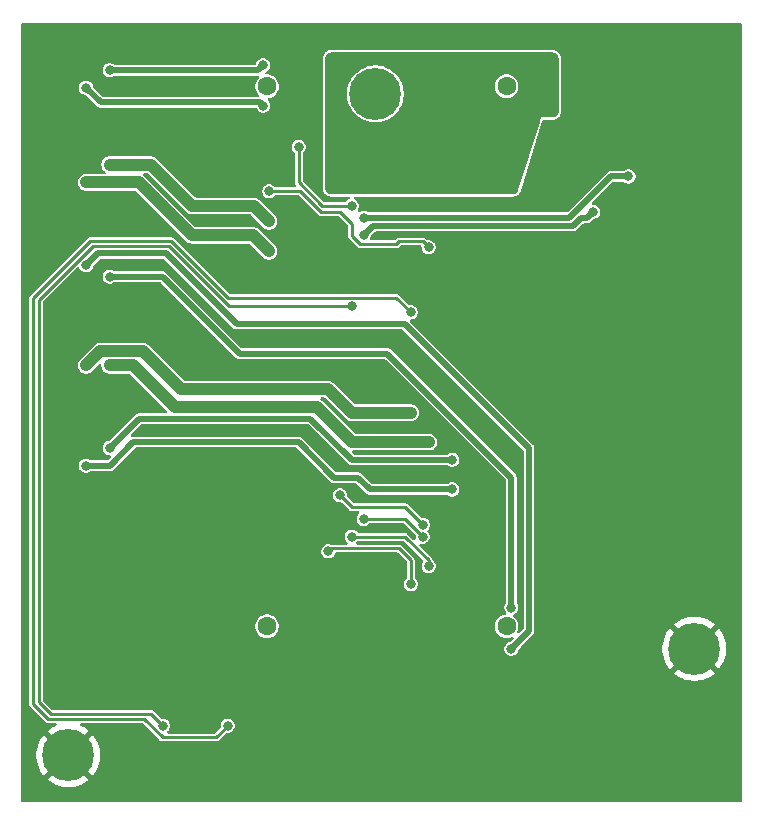
<source format=gbl>
%TF.GenerationSoftware,KiCad,Pcbnew,9.0.3*%
%TF.CreationDate,2025-07-11T07:37:11+02:00*%
%TF.ProjectId,fredo,66726564-6f2e-46b6-9963-61645f706362,rev?*%
%TF.SameCoordinates,Original*%
%TF.FileFunction,Copper,L2,Bot*%
%TF.FilePolarity,Positive*%
%FSLAX46Y46*%
G04 Gerber Fmt 4.6, Leading zero omitted, Abs format (unit mm)*
G04 Created by KiCad (PCBNEW 9.0.3) date 2025-07-11 07:37:11*
%MOMM*%
%LPD*%
G01*
G04 APERTURE LIST*
%TA.AperFunction,ComponentPad*%
%ADD10C,1.600000*%
%TD*%
%TA.AperFunction,ComponentPad*%
%ADD11C,4.400000*%
%TD*%
%TA.AperFunction,ViaPad*%
%ADD12C,0.800000*%
%TD*%
%TA.AperFunction,Conductor*%
%ADD13C,0.250000*%
%TD*%
%TA.AperFunction,Conductor*%
%ADD14C,0.500000*%
%TD*%
%TA.AperFunction,Conductor*%
%ADD15C,1.000000*%
%TD*%
G04 APERTURE END LIST*
D10*
%TO.P,J1,*%
%TO.N,*%
X20820000Y-5370000D03*
X20820000Y-51090000D03*
%TD*%
%TO.P,J2,*%
%TO.N,*%
X41100000Y-5370000D03*
X41100000Y-51090000D03*
%TD*%
D11*
%TO.P,H3,1,1*%
%TO.N,GND*%
X57000000Y-53000000D03*
%TD*%
%TO.P,H2,1,1*%
%TO.N,GND*%
X4000000Y-62000000D03*
%TD*%
%TO.P,H1,1,1*%
%TO.N,GND*%
X30000000Y-6000000D03*
%TD*%
D12*
%TO.N,GND*%
X54500000Y-43500000D03*
X52000000Y-43500000D03*
X49500000Y-43500000D03*
X44000000Y-60500000D03*
X46500000Y-60500000D03*
X46500000Y-58000000D03*
X44000000Y-58000000D03*
X23000000Y-15500000D03*
X23000000Y-18000000D03*
X21500000Y-21880000D03*
X20000000Y-21880000D03*
X28000000Y-21500000D03*
X28000000Y-20000000D03*
X10500000Y-54500000D03*
X10500000Y-53000000D03*
X12500000Y-54500000D03*
X12500000Y-53000000D03*
X12500000Y-51500000D03*
X12500000Y-50000000D03*
X12500000Y-48500000D03*
X12500000Y-47000000D03*
X12500000Y-45500000D03*
X34500000Y-33500000D03*
X34500000Y-29500000D03*
X33000000Y-28000000D03*
X29000000Y-27000000D03*
%TO.N,Net-(D3-A)*%
X17500000Y-59500000D03*
%TO.N,Net-(D2-A)*%
X12000000Y-59500000D03*
%TO.N,Net-(D3-A)*%
X33000000Y-24500000D03*
%TO.N,SPI0_TX{slash}GP3*%
X34500000Y-19000000D03*
X21000000Y-14260000D03*
%TO.N,Net-(D2-A)*%
X28000000Y-24000000D03*
%TO.N,SPI0_SCK{slash}GP2*%
X23500000Y-10500000D03*
X28000000Y-15500000D03*
%TO.N,I2C1_SCL{slash}GP7*%
X48425000Y-16000000D03*
X29000000Y-18000000D03*
%TO.N,I2C1_SDA{slash}GP6*%
X51425000Y-13000000D03*
X29000000Y-16500000D03*
%TO.N,UART1_TX{slash}SPI0_RX{slash}GP4*%
X7500000Y-12000000D03*
X21000000Y-16800000D03*
%TO.N,GP13*%
X33000000Y-47500000D03*
X26000000Y-44740000D03*
%TO.N,GND*%
X13500000Y-9000000D03*
X49500000Y-51500000D03*
X23000000Y-60500000D03*
X28500000Y-54500000D03*
X21000000Y-55000000D03*
X32000000Y-46500000D03*
X3500000Y-39000000D03*
X35500000Y-52000000D03*
X50000000Y-4000000D03*
X46000000Y-26000000D03*
X26500000Y-49500000D03*
X56000000Y-20500000D03*
X23500000Y-55000000D03*
X32000000Y-59500000D03*
X3500000Y-23000000D03*
X32000000Y-62500000D03*
X51000000Y-51500000D03*
X9000000Y-51000000D03*
X3500000Y-15000000D03*
X39500000Y-41000000D03*
X51000000Y-53000000D03*
X23000000Y-59000000D03*
X18000000Y-55000000D03*
X56000000Y-12500000D03*
X29500000Y-29500000D03*
X50925000Y-29000000D03*
X52500000Y-51500000D03*
X4500000Y-56500000D03*
X30000000Y-50000000D03*
X35500000Y-51000000D03*
X35500000Y-49000000D03*
X28500000Y-51000000D03*
X26500000Y-54500000D03*
X13500000Y-25000000D03*
X3000000Y-53500000D03*
X21000000Y-60500000D03*
X35500000Y-53000000D03*
X28500000Y-48000000D03*
X3000000Y-52300000D03*
X20500000Y-38500000D03*
X32000000Y-64000000D03*
X10500000Y-51000000D03*
X3000000Y-55000000D03*
X28500000Y-49500000D03*
X35500000Y-50000000D03*
X26500000Y-46500000D03*
X10500000Y-49500000D03*
X56000000Y-28500000D03*
X30000000Y-51500000D03*
X56000000Y-4500000D03*
X3000000Y-56500000D03*
X20500000Y-41000000D03*
X3500000Y-31000000D03*
X28500000Y-46500000D03*
X39500000Y-38500000D03*
X21000000Y-62000000D03*
X23000000Y-62000000D03*
X56000000Y-36500000D03*
X23000000Y-63500000D03*
X28500000Y-52500000D03*
X50500000Y-21000000D03*
X26500000Y-48000000D03*
X51500000Y-11000000D03*
X3500000Y-7000000D03*
X13500000Y-39000000D03*
X32000000Y-61000000D03*
X26500000Y-51000000D03*
X26500000Y-52500000D03*
X28500000Y-30500000D03*
%TO.N,UART1_RX{slash}SPI0_CS{slash}GP5*%
X5500000Y-13500000D03*
X21000000Y-19340000D03*
%TO.N,UART0_RX{slash}GP1*%
X5500000Y-5500000D03*
X20500000Y-7000000D03*
%TO.N,GP11*%
X29000000Y-42000000D03*
X34000000Y-43500000D03*
%TO.N,GP12*%
X34500000Y-46000000D03*
X28000000Y-43500000D03*
%TO.N,UART0_TX{slash}GP0*%
X20478149Y-3600000D03*
X7500000Y-4000000D03*
%TO.N,GP10*%
X27000000Y-40000000D03*
X34012653Y-42487347D03*
%TO.N,VSYS*%
X35000000Y-10500000D03*
X30500000Y-9000000D03*
X29000000Y-9000000D03*
X32000000Y-9000000D03*
X33500000Y-9000000D03*
X29500000Y-13000000D03*
X27500000Y-9000000D03*
X35000000Y-6000000D03*
X35000000Y-9000000D03*
X31000000Y-13000000D03*
X35000000Y-7500000D03*
X35000000Y-4500000D03*
%TO.N,GP16*%
X5500000Y-20500000D03*
X41500000Y-53000000D03*
%TO.N,GP17*%
X7500000Y-21500000D03*
X41500000Y-49500000D03*
%TO.N,GP18*%
X5500000Y-29000000D03*
X33000000Y-33000000D03*
%TO.N,GP19*%
X34500000Y-35500000D03*
X7500000Y-29000000D03*
%TO.N,GP20*%
X5500000Y-37500000D03*
X36500000Y-39500000D03*
%TO.N,GP21*%
X7500000Y-36000000D03*
X36500000Y-37000000D03*
%TD*%
D13*
%TO.N,Net-(D3-A)*%
X33000000Y-24500000D02*
X31774000Y-23274000D01*
X5862470Y-18473000D02*
X1000000Y-23335470D01*
X17476397Y-23274000D02*
X12675397Y-18473000D01*
X31774000Y-23274000D02*
X17476397Y-23274000D01*
X12675397Y-18473000D02*
X5862470Y-18473000D01*
X1000000Y-23335470D02*
X1000000Y-57637810D01*
X1000000Y-57637810D02*
X2313190Y-58951000D01*
X11973280Y-60500000D02*
X16500000Y-60500000D01*
X2313190Y-58951000D02*
X10424280Y-58951000D01*
X10424280Y-58951000D02*
X11973280Y-60500000D01*
X16500000Y-60500000D02*
X17500000Y-59500000D01*
%TO.N,Net-(D2-A)*%
X12488587Y-18924000D02*
X6049280Y-18924000D01*
X17564587Y-24000000D02*
X12488587Y-18924000D01*
X6049280Y-18924000D02*
X1500000Y-23473280D01*
X1500000Y-23473280D02*
X1500000Y-57500000D01*
X28000000Y-24000000D02*
X17564587Y-24000000D01*
X1500000Y-57500000D02*
X2500000Y-58500000D01*
X2500000Y-58500000D02*
X11000000Y-58500000D01*
X11000000Y-58500000D02*
X12000000Y-59500000D01*
%TO.N,SPI0_TX{slash}GP3*%
X32000000Y-18500000D02*
X31774000Y-18726000D01*
X28000000Y-18026720D02*
X28000000Y-17000000D01*
X27000000Y-16000000D02*
X25362190Y-16000000D01*
X25362190Y-16000000D02*
X23622190Y-14260000D01*
X31774000Y-18726000D02*
X28699280Y-18726000D01*
X23622190Y-14260000D02*
X21000000Y-14260000D01*
X34500000Y-19000000D02*
X34000000Y-18500000D01*
X34000000Y-18500000D02*
X32000000Y-18500000D01*
X28699280Y-18726000D02*
X28000000Y-18026720D01*
X28000000Y-17000000D02*
X27000000Y-16000000D01*
D14*
%TO.N,I2C1_SCL{slash}GP7*%
X29000000Y-18000000D02*
X29799000Y-17201000D01*
X47416364Y-16500000D02*
X47925000Y-16500000D01*
X29799000Y-17201000D02*
X46715364Y-17201000D01*
X46715364Y-17201000D02*
X47416364Y-16500000D01*
X47925000Y-16500000D02*
X48425000Y-16000000D01*
D13*
%TO.N,SPI0_SCK{slash}GP2*%
X28000000Y-15500000D02*
X25500000Y-15500000D01*
X25500000Y-15500000D02*
X23500000Y-13500000D01*
X23500000Y-13500000D02*
X23500000Y-10500000D01*
D14*
%TO.N,I2C1_SDA{slash}GP6*%
X29000000Y-16500000D02*
X46425000Y-16500000D01*
X46425000Y-16500000D02*
X49925000Y-13000000D01*
X49925000Y-13000000D02*
X51425000Y-13000000D01*
D15*
%TO.N,UART1_TX{slash}SPI0_RX{slash}GP4*%
X19700000Y-15500000D02*
X14500000Y-15500000D01*
X11000000Y-12000000D02*
X14500000Y-15500000D01*
X21000000Y-16800000D02*
X19700000Y-15500000D01*
X7500000Y-12000000D02*
X11000000Y-12000000D01*
D13*
%TO.N,GP13*%
X26000000Y-44740000D02*
X26240000Y-44500000D01*
X32000000Y-44500000D02*
X33000000Y-45500000D01*
X26240000Y-44500000D02*
X32000000Y-44500000D01*
X33000000Y-45500000D02*
X33000000Y-47500000D01*
D15*
%TO.N,UART1_RX{slash}SPI0_CS{slash}GP5*%
X5500000Y-13500000D02*
X10000000Y-13500000D01*
X10000000Y-13500000D02*
X14500000Y-18000000D01*
X21000000Y-19340000D02*
X19660000Y-18000000D01*
X19660000Y-18000000D02*
X14500000Y-18000000D01*
D14*
%TO.N,UART0_RX{slash}GP1*%
X20232504Y-6732504D02*
X6732504Y-6732504D01*
X6732504Y-6732504D02*
X5500000Y-5500000D01*
X20500000Y-7000000D02*
X20232504Y-6732504D01*
D13*
%TO.N,GP11*%
X34000000Y-43500000D02*
X32500000Y-42000000D01*
X32500000Y-42000000D02*
X29000000Y-42000000D01*
%TO.N,GP12*%
X34500000Y-45500000D02*
X32500000Y-43500000D01*
X34500000Y-46000000D02*
X34500000Y-45500000D01*
X32500000Y-43500000D02*
X28000000Y-43500000D01*
D14*
%TO.N,UART0_TX{slash}GP0*%
X7507496Y-4007496D02*
X7500000Y-4000000D01*
X20478149Y-3600000D02*
X20070653Y-4007496D01*
X20070653Y-4007496D02*
X7507496Y-4007496D01*
D13*
%TO.N,GP10*%
X34012652Y-42487347D02*
X32525305Y-41000000D01*
X32525305Y-41000000D02*
X28000000Y-41000000D01*
X28000000Y-41000000D02*
X27000000Y-40000000D01*
X34012653Y-42487347D02*
X34012652Y-42487347D01*
D14*
%TO.N,GP16*%
X12250000Y-19500000D02*
X6500000Y-19500000D01*
X41500000Y-53000000D02*
X43000000Y-51500000D01*
X6500000Y-19500000D02*
X5500000Y-20500000D01*
X43000000Y-51500000D02*
X43000000Y-36000000D01*
X43000000Y-36000000D02*
X32500000Y-25500000D01*
X18250000Y-25500000D02*
X12250000Y-19500000D01*
X32500000Y-25500000D02*
X18250000Y-25500000D01*
%TO.N,GP17*%
X18500000Y-28000000D02*
X12000000Y-21500000D01*
X41500000Y-49500000D02*
X41500000Y-38500000D01*
X31000000Y-28000000D02*
X18500000Y-28000000D01*
X12000000Y-21500000D02*
X7500000Y-21500000D01*
X41500000Y-38500000D02*
X31000000Y-28000000D01*
D15*
%TO.N,GP18*%
X28000000Y-33000000D02*
X26000000Y-31000000D01*
X10300000Y-27800000D02*
X6700000Y-27800000D01*
X26000000Y-31000000D02*
X13500000Y-31000000D01*
X13500000Y-31000000D02*
X10300000Y-27800000D01*
X33000000Y-33000000D02*
X28000000Y-33000000D01*
X6700000Y-27800000D02*
X5500000Y-29000000D01*
%TO.N,GP19*%
X34500000Y-35500000D02*
X28000000Y-35500000D01*
X9500000Y-29000000D02*
X7500000Y-29000000D01*
X13050000Y-32550000D02*
X9500000Y-29000000D01*
X25050000Y-32550000D02*
X13050000Y-32550000D01*
X28000000Y-35500000D02*
X25050000Y-32550000D01*
D14*
%TO.N,GP20*%
X36500000Y-39500000D02*
X29500000Y-39500000D01*
X7500000Y-37500000D02*
X5500000Y-37500000D01*
X9500000Y-35500000D02*
X7500000Y-37500000D01*
X28500000Y-38500000D02*
X26500000Y-38500000D01*
X23500000Y-35500000D02*
X9500000Y-35500000D01*
X29500000Y-39500000D02*
X28500000Y-38500000D01*
X26500000Y-38500000D02*
X23500000Y-35500000D01*
%TO.N,GP21*%
X24500000Y-33500000D02*
X10000000Y-33500000D01*
X28000000Y-37000000D02*
X24500000Y-33500000D01*
X36500000Y-37000000D02*
X28000000Y-37000000D01*
X10000000Y-33500000D02*
X7500000Y-36000000D01*
%TD*%
%TA.AperFunction,Conductor*%
%TO.N,VSYS*%
G36*
X45008059Y-2501061D02*
G01*
X45113223Y-2514906D01*
X45144491Y-2523284D01*
X45234918Y-2560740D01*
X45262952Y-2576925D01*
X45340602Y-2636509D01*
X45363491Y-2659398D01*
X45423074Y-2737048D01*
X45439259Y-2765081D01*
X45476715Y-2855508D01*
X45485093Y-2886775D01*
X45498939Y-2991939D01*
X45500000Y-3008125D01*
X45500000Y-7491874D01*
X45498939Y-7508060D01*
X45485093Y-7613224D01*
X45476715Y-7644491D01*
X45439259Y-7734918D01*
X45423074Y-7762951D01*
X45363491Y-7840601D01*
X45340601Y-7863491D01*
X45262951Y-7923074D01*
X45234918Y-7939259D01*
X45144491Y-7976715D01*
X45113224Y-7985093D01*
X45019398Y-7997446D01*
X45008058Y-7998939D01*
X44991874Y-8000000D01*
X44000000Y-8000000D01*
X43891398Y-8352957D01*
X42111507Y-14137599D01*
X42104236Y-14155908D01*
X42047429Y-14271279D01*
X42024719Y-14303321D01*
X41941689Y-14387994D01*
X41910095Y-14411329D01*
X41804748Y-14465787D01*
X41767444Y-14478069D01*
X41653498Y-14496345D01*
X41640469Y-14498435D01*
X41620833Y-14500000D01*
X26258126Y-14500000D01*
X26241941Y-14498939D01*
X26228917Y-14497224D01*
X26136775Y-14485093D01*
X26105508Y-14476715D01*
X26015081Y-14439259D01*
X25987048Y-14423074D01*
X25909398Y-14363491D01*
X25886508Y-14340601D01*
X25826925Y-14262951D01*
X25810740Y-14234918D01*
X25773284Y-14144491D01*
X25764906Y-14113223D01*
X25751061Y-14008059D01*
X25750000Y-13991874D01*
X25750000Y-5865186D01*
X27599500Y-5865186D01*
X27599500Y-6134813D01*
X27629686Y-6402719D01*
X27629688Y-6402731D01*
X27689684Y-6665594D01*
X27689687Y-6665602D01*
X27778734Y-6920082D01*
X27895714Y-7162994D01*
X27895716Y-7162997D01*
X28039162Y-7391289D01*
X28207266Y-7602085D01*
X28397915Y-7792734D01*
X28608711Y-7960838D01*
X28837003Y-8104284D01*
X29079921Y-8221267D01*
X29271049Y-8288145D01*
X29334397Y-8310312D01*
X29334405Y-8310315D01*
X29334408Y-8310315D01*
X29334409Y-8310316D01*
X29597268Y-8370312D01*
X29865187Y-8400499D01*
X29865188Y-8400500D01*
X29865191Y-8400500D01*
X30134812Y-8400500D01*
X30134812Y-8400499D01*
X30402732Y-8370312D01*
X30665591Y-8310316D01*
X30920079Y-8221267D01*
X31162997Y-8104284D01*
X31391289Y-7960838D01*
X31602085Y-7792734D01*
X31792734Y-7602085D01*
X31960838Y-7391289D01*
X32104284Y-7162997D01*
X32221267Y-6920079D01*
X32310316Y-6665591D01*
X32370312Y-6402732D01*
X32400500Y-6134809D01*
X32400500Y-5865191D01*
X32370312Y-5597268D01*
X32340931Y-5468543D01*
X40099499Y-5468543D01*
X40137947Y-5661829D01*
X40137950Y-5661839D01*
X40213364Y-5843907D01*
X40213371Y-5843920D01*
X40322860Y-6007781D01*
X40322863Y-6007785D01*
X40462214Y-6147136D01*
X40462218Y-6147139D01*
X40626079Y-6256628D01*
X40626092Y-6256635D01*
X40808160Y-6332049D01*
X40808165Y-6332051D01*
X40808169Y-6332051D01*
X40808170Y-6332052D01*
X41001456Y-6370500D01*
X41001459Y-6370500D01*
X41198543Y-6370500D01*
X41328582Y-6344632D01*
X41391835Y-6332051D01*
X41573914Y-6256632D01*
X41737782Y-6147139D01*
X41877139Y-6007782D01*
X41986632Y-5843914D01*
X42062051Y-5661835D01*
X42100500Y-5468541D01*
X42100500Y-5271459D01*
X42100500Y-5271456D01*
X42062052Y-5078170D01*
X42062051Y-5078169D01*
X42062051Y-5078165D01*
X42062049Y-5078160D01*
X41986635Y-4896092D01*
X41986628Y-4896079D01*
X41877139Y-4732218D01*
X41877136Y-4732214D01*
X41737785Y-4592863D01*
X41737781Y-4592860D01*
X41573920Y-4483371D01*
X41573907Y-4483364D01*
X41391839Y-4407950D01*
X41391829Y-4407947D01*
X41198543Y-4369500D01*
X41198541Y-4369500D01*
X41001459Y-4369500D01*
X41001457Y-4369500D01*
X40808170Y-4407947D01*
X40808160Y-4407950D01*
X40626092Y-4483364D01*
X40626079Y-4483371D01*
X40462218Y-4592860D01*
X40462214Y-4592863D01*
X40322863Y-4732214D01*
X40322860Y-4732218D01*
X40213371Y-4896079D01*
X40213364Y-4896092D01*
X40137950Y-5078160D01*
X40137947Y-5078170D01*
X40099500Y-5271456D01*
X40099500Y-5271459D01*
X40099500Y-5468541D01*
X40099500Y-5468543D01*
X40099499Y-5468543D01*
X32340931Y-5468543D01*
X32310316Y-5334409D01*
X32221267Y-5079921D01*
X32104284Y-4837003D01*
X31960838Y-4608711D01*
X31792734Y-4397915D01*
X31602085Y-4207266D01*
X31391289Y-4039162D01*
X31162997Y-3895716D01*
X31162994Y-3895714D01*
X30920082Y-3778734D01*
X30665602Y-3689687D01*
X30665594Y-3689684D01*
X30468446Y-3644687D01*
X30402732Y-3629688D01*
X30402728Y-3629687D01*
X30402719Y-3629686D01*
X30134813Y-3599500D01*
X30134809Y-3599500D01*
X29865191Y-3599500D01*
X29865186Y-3599500D01*
X29597280Y-3629686D01*
X29597268Y-3629688D01*
X29334405Y-3689684D01*
X29334397Y-3689687D01*
X29079917Y-3778734D01*
X28837005Y-3895714D01*
X28608712Y-4039161D01*
X28397915Y-4207265D01*
X28207265Y-4397915D01*
X28039161Y-4608712D01*
X27895714Y-4837005D01*
X27778734Y-5079917D01*
X27689687Y-5334397D01*
X27689684Y-5334405D01*
X27629688Y-5597268D01*
X27629686Y-5597280D01*
X27599500Y-5865186D01*
X25750000Y-5865186D01*
X25750000Y-3008125D01*
X25751061Y-2991940D01*
X25764906Y-2886776D01*
X25764906Y-2886775D01*
X25773284Y-2855508D01*
X25810740Y-2765081D01*
X25826923Y-2737050D01*
X25886513Y-2659392D01*
X25909392Y-2636513D01*
X25987050Y-2576923D01*
X26015079Y-2560740D01*
X26105509Y-2523283D01*
X26136775Y-2514906D01*
X26241941Y-2501061D01*
X26258126Y-2500000D01*
X44991874Y-2500000D01*
X45008059Y-2501061D01*
G37*
%TD.AperFunction*%
%TD*%
%TA.AperFunction,Conductor*%
%TO.N,GND*%
G36*
X60942539Y-20185D02*
G01*
X60988294Y-72989D01*
X60999500Y-124500D01*
X60999500Y-65875500D01*
X60979815Y-65942539D01*
X60927011Y-65988294D01*
X60875500Y-65999500D01*
X124500Y-65999500D01*
X57461Y-65979815D01*
X11706Y-65927011D01*
X500Y-65875500D01*
X500Y-23292617D01*
X674500Y-23292617D01*
X674500Y-23299296D01*
X674500Y-57680662D01*
X696682Y-57763450D01*
X718108Y-57800560D01*
X739535Y-57837672D01*
X2113328Y-59211465D01*
X2187551Y-59254318D01*
X2270337Y-59276500D01*
X2889261Y-59276500D01*
X2956300Y-59296185D01*
X3002055Y-59348989D01*
X3011999Y-59418147D01*
X2982974Y-59481703D01*
X2943063Y-59512220D01*
X2691903Y-59633172D01*
X2435127Y-59794515D01*
X2275425Y-59921871D01*
X3417263Y-61063709D01*
X3283398Y-61160967D01*
X3160967Y-61283398D01*
X3063709Y-61417263D01*
X1921871Y-60275425D01*
X1794515Y-60435127D01*
X1633172Y-60691903D01*
X1501598Y-60965119D01*
X1501592Y-60965133D01*
X1401438Y-61251354D01*
X1401434Y-61251366D01*
X1333954Y-61547017D01*
X1333952Y-61547033D01*
X1300000Y-61848366D01*
X1300000Y-62151633D01*
X1333952Y-62452966D01*
X1333954Y-62452982D01*
X1401434Y-62748633D01*
X1401438Y-62748645D01*
X1501592Y-63034866D01*
X1501598Y-63034880D01*
X1633172Y-63308096D01*
X1794515Y-63564872D01*
X1921871Y-63724573D01*
X3063708Y-62582736D01*
X3160967Y-62716602D01*
X3283398Y-62839033D01*
X3417262Y-62936290D01*
X2275425Y-64078127D01*
X2435127Y-64205484D01*
X2691903Y-64366827D01*
X2965119Y-64498401D01*
X2965133Y-64498407D01*
X3251354Y-64598561D01*
X3251366Y-64598565D01*
X3547017Y-64666045D01*
X3547033Y-64666047D01*
X3848366Y-64699999D01*
X3848368Y-64700000D01*
X4151632Y-64700000D01*
X4151633Y-64699999D01*
X4452966Y-64666047D01*
X4452982Y-64666045D01*
X4748633Y-64598565D01*
X4748645Y-64598561D01*
X5034866Y-64498407D01*
X5034880Y-64498401D01*
X5308096Y-64366827D01*
X5564872Y-64205484D01*
X5724573Y-64078126D01*
X4582737Y-62936290D01*
X4716602Y-62839033D01*
X4839033Y-62716602D01*
X4936290Y-62582737D01*
X6078126Y-63724573D01*
X6205484Y-63564872D01*
X6366827Y-63308096D01*
X6498401Y-63034880D01*
X6498407Y-63034866D01*
X6598561Y-62748645D01*
X6598565Y-62748633D01*
X6666045Y-62452982D01*
X6666047Y-62452966D01*
X6699999Y-62151633D01*
X6700000Y-62151631D01*
X6700000Y-61848368D01*
X6699999Y-61848366D01*
X6666047Y-61547033D01*
X6666045Y-61547017D01*
X6598565Y-61251366D01*
X6598561Y-61251354D01*
X6498407Y-60965133D01*
X6498401Y-60965119D01*
X6366827Y-60691903D01*
X6205484Y-60435127D01*
X6078127Y-60275425D01*
X4936290Y-61417262D01*
X4839033Y-61283398D01*
X4716602Y-61160967D01*
X4582736Y-61063709D01*
X5724573Y-59921871D01*
X5564872Y-59794515D01*
X5308096Y-59633172D01*
X5056937Y-59512220D01*
X5005078Y-59465397D01*
X4986765Y-59397970D01*
X5007813Y-59331346D01*
X5061539Y-59286678D01*
X5110739Y-59276500D01*
X10238091Y-59276500D01*
X10305130Y-59296185D01*
X10325772Y-59312819D01*
X11712813Y-60699859D01*
X11712815Y-60699862D01*
X11773418Y-60760465D01*
X11810530Y-60781891D01*
X11819650Y-60787157D01*
X11819653Y-60787159D01*
X11838989Y-60798322D01*
X11847641Y-60803318D01*
X11930427Y-60825500D01*
X11930429Y-60825500D01*
X16542851Y-60825500D01*
X16542853Y-60825500D01*
X16625639Y-60803318D01*
X16699862Y-60760465D01*
X17323697Y-60136627D01*
X17385018Y-60103144D01*
X17412815Y-60101990D01*
X17412815Y-60100500D01*
X17579055Y-60100500D01*
X17579057Y-60100500D01*
X17731784Y-60059577D01*
X17868716Y-59980520D01*
X17980520Y-59868716D01*
X18059577Y-59731784D01*
X18100500Y-59579057D01*
X18100500Y-59420943D01*
X18059577Y-59268216D01*
X18051553Y-59254318D01*
X17980524Y-59131290D01*
X17980518Y-59131282D01*
X17868717Y-59019481D01*
X17868709Y-59019475D01*
X17731790Y-58940426D01*
X17731786Y-58940424D01*
X17731784Y-58940423D01*
X17579057Y-58899500D01*
X17420943Y-58899500D01*
X17268216Y-58940423D01*
X17268209Y-58940426D01*
X17131290Y-59019475D01*
X17131282Y-59019481D01*
X17019481Y-59131282D01*
X17019475Y-59131290D01*
X16940426Y-59268209D01*
X16940423Y-59268216D01*
X16899500Y-59420943D01*
X16899500Y-59587184D01*
X16896331Y-59587184D01*
X16887856Y-59641485D01*
X16863370Y-59676302D01*
X16401492Y-60138181D01*
X16340169Y-60171666D01*
X16313811Y-60174500D01*
X12474098Y-60174500D01*
X12407059Y-60154815D01*
X12361304Y-60102011D01*
X12351360Y-60032853D01*
X12380385Y-59969297D01*
X12386417Y-59962819D01*
X12427365Y-59921871D01*
X12480520Y-59868716D01*
X12559577Y-59731784D01*
X12600500Y-59579057D01*
X12600500Y-59420943D01*
X12559577Y-59268216D01*
X12551553Y-59254318D01*
X12480524Y-59131290D01*
X12480518Y-59131282D01*
X12368717Y-59019481D01*
X12368709Y-59019475D01*
X12231790Y-58940426D01*
X12231786Y-58940424D01*
X12231784Y-58940423D01*
X12079057Y-58899500D01*
X11920943Y-58899500D01*
X11912816Y-58899500D01*
X11912816Y-58896334D01*
X11858493Y-58887846D01*
X11823696Y-58863370D01*
X11199864Y-58239537D01*
X11199863Y-58239536D01*
X11199862Y-58239535D01*
X11162750Y-58218108D01*
X11125640Y-58196682D01*
X11084246Y-58185591D01*
X11042853Y-58174500D01*
X11042852Y-58174500D01*
X2686188Y-58174500D01*
X2619149Y-58154815D01*
X2598507Y-58138181D01*
X1861819Y-57401492D01*
X1828334Y-57340169D01*
X1825500Y-57313811D01*
X1825500Y-51188543D01*
X19819499Y-51188543D01*
X19857947Y-51381829D01*
X19857950Y-51381839D01*
X19933364Y-51563907D01*
X19933371Y-51563920D01*
X20042860Y-51727781D01*
X20042863Y-51727785D01*
X20182214Y-51867136D01*
X20182218Y-51867139D01*
X20346079Y-51976628D01*
X20346092Y-51976635D01*
X20485981Y-52034578D01*
X20528165Y-52052051D01*
X20528169Y-52052051D01*
X20528170Y-52052052D01*
X20721456Y-52090500D01*
X20721459Y-52090500D01*
X20918543Y-52090500D01*
X21075915Y-52059196D01*
X21111835Y-52052051D01*
X21269226Y-51986858D01*
X21293907Y-51976635D01*
X21293907Y-51976634D01*
X21293914Y-51976632D01*
X21457782Y-51867139D01*
X21597139Y-51727782D01*
X21706632Y-51563914D01*
X21708540Y-51559309D01*
X21782049Y-51381839D01*
X21782051Y-51381835D01*
X21820500Y-51188541D01*
X21820500Y-50991459D01*
X21820500Y-50991456D01*
X21782052Y-50798170D01*
X21782051Y-50798169D01*
X21782051Y-50798165D01*
X21780539Y-50794515D01*
X21706635Y-50616092D01*
X21706628Y-50616079D01*
X21597139Y-50452218D01*
X21597136Y-50452214D01*
X21457785Y-50312863D01*
X21457781Y-50312860D01*
X21293920Y-50203371D01*
X21293907Y-50203364D01*
X21111839Y-50127950D01*
X21111829Y-50127947D01*
X20918543Y-50089500D01*
X20918541Y-50089500D01*
X20721459Y-50089500D01*
X20721457Y-50089500D01*
X20528170Y-50127947D01*
X20528160Y-50127950D01*
X20346092Y-50203364D01*
X20346079Y-50203371D01*
X20182218Y-50312860D01*
X20182214Y-50312863D01*
X20042863Y-50452214D01*
X20042860Y-50452218D01*
X19933371Y-50616079D01*
X19933364Y-50616092D01*
X19857950Y-50798160D01*
X19857947Y-50798170D01*
X19819500Y-50991456D01*
X19819500Y-50991459D01*
X19819500Y-51188541D01*
X19819500Y-51188543D01*
X19819499Y-51188543D01*
X1825500Y-51188543D01*
X1825500Y-44660943D01*
X25399500Y-44660943D01*
X25399500Y-44819057D01*
X25425853Y-44917406D01*
X25440423Y-44971783D01*
X25440426Y-44971790D01*
X25519475Y-45108709D01*
X25519479Y-45108714D01*
X25519480Y-45108716D01*
X25631284Y-45220520D01*
X25631286Y-45220521D01*
X25631290Y-45220524D01*
X25664219Y-45239535D01*
X25768216Y-45299577D01*
X25920943Y-45340500D01*
X25920945Y-45340500D01*
X26079055Y-45340500D01*
X26079057Y-45340500D01*
X26231784Y-45299577D01*
X26368716Y-45220520D01*
X26480520Y-45108716D01*
X26559577Y-44971784D01*
X26574148Y-44917404D01*
X26610512Y-44857746D01*
X26673359Y-44827217D01*
X26693922Y-44825500D01*
X31813811Y-44825500D01*
X31880850Y-44845185D01*
X31901492Y-44861819D01*
X32638181Y-45598507D01*
X32671666Y-45659830D01*
X32674500Y-45686188D01*
X32674500Y-46925169D01*
X32654815Y-46992208D01*
X32635982Y-47012684D01*
X32637031Y-47013733D01*
X32519481Y-47131282D01*
X32519475Y-47131290D01*
X32440426Y-47268209D01*
X32440423Y-47268216D01*
X32399500Y-47420943D01*
X32399500Y-47579056D01*
X32440423Y-47731783D01*
X32440426Y-47731790D01*
X32519475Y-47868709D01*
X32519479Y-47868714D01*
X32519480Y-47868716D01*
X32631284Y-47980520D01*
X32631286Y-47980521D01*
X32631290Y-47980524D01*
X32768209Y-48059573D01*
X32768216Y-48059577D01*
X32920943Y-48100500D01*
X32920945Y-48100500D01*
X33079055Y-48100500D01*
X33079057Y-48100500D01*
X33231784Y-48059577D01*
X33368716Y-47980520D01*
X33480520Y-47868716D01*
X33559577Y-47731784D01*
X33600500Y-47579057D01*
X33600500Y-47420943D01*
X33559577Y-47268216D01*
X33559573Y-47268209D01*
X33480524Y-47131290D01*
X33480518Y-47131282D01*
X33362969Y-47013733D01*
X33365207Y-47011494D01*
X33332798Y-46967080D01*
X33325500Y-46925169D01*
X33325500Y-45552855D01*
X33325501Y-45552842D01*
X33325501Y-45457149D01*
X33325501Y-45457148D01*
X33303318Y-45374362D01*
X33283768Y-45340500D01*
X33260465Y-45300138D01*
X33199862Y-45239535D01*
X33199861Y-45239534D01*
X33195531Y-45235204D01*
X33195520Y-45235194D01*
X32199864Y-44239537D01*
X32199863Y-44239536D01*
X32199862Y-44239535D01*
X32162750Y-44218108D01*
X32125640Y-44196682D01*
X32084246Y-44185591D01*
X32042853Y-44174500D01*
X32042852Y-44174500D01*
X28474098Y-44174500D01*
X28452928Y-44168283D01*
X28430919Y-44166739D01*
X28420060Y-44158632D01*
X28407059Y-44154815D01*
X28392611Y-44138141D01*
X28374930Y-44124942D01*
X28370177Y-44112251D01*
X28361304Y-44102011D01*
X28358163Y-44080172D01*
X28350426Y-44059510D01*
X28353288Y-44046266D01*
X28351360Y-44032853D01*
X28360525Y-44012782D01*
X28365187Y-43991218D01*
X28378517Y-43973385D01*
X28380385Y-43969297D01*
X28386286Y-43962949D01*
X28480520Y-43868716D01*
X28480865Y-43868118D01*
X28487032Y-43861935D01*
X28510894Y-43848864D01*
X28532855Y-43832821D01*
X28543606Y-43830945D01*
X28548311Y-43828369D01*
X28555491Y-43828872D01*
X28574830Y-43825500D01*
X32313811Y-43825500D01*
X32380850Y-43845185D01*
X32401492Y-43861819D01*
X34008352Y-45468679D01*
X34041837Y-45530002D01*
X34036853Y-45599694D01*
X34023328Y-45624120D01*
X34023543Y-45624245D01*
X33940426Y-45768209D01*
X33940423Y-45768216D01*
X33899500Y-45920943D01*
X33899500Y-46079056D01*
X33940423Y-46231783D01*
X33940426Y-46231790D01*
X34019475Y-46368709D01*
X34019479Y-46368714D01*
X34019480Y-46368716D01*
X34131284Y-46480520D01*
X34131286Y-46480521D01*
X34131290Y-46480524D01*
X34268209Y-46559573D01*
X34268216Y-46559577D01*
X34420943Y-46600500D01*
X34420945Y-46600500D01*
X34579055Y-46600500D01*
X34579057Y-46600500D01*
X34731784Y-46559577D01*
X34868716Y-46480520D01*
X34980520Y-46368716D01*
X35059577Y-46231784D01*
X35100500Y-46079057D01*
X35100500Y-45920943D01*
X35059577Y-45768216D01*
X34982565Y-45634826D01*
X34980524Y-45631290D01*
X34980518Y-45631282D01*
X34862969Y-45513733D01*
X34863867Y-45512834D01*
X34827526Y-45463053D01*
X34824445Y-45453210D01*
X34803318Y-45374362D01*
X34803318Y-45374361D01*
X34783768Y-45340500D01*
X34760465Y-45300138D01*
X33756245Y-44295918D01*
X33722760Y-44234595D01*
X33727744Y-44164903D01*
X33769616Y-44108970D01*
X33835080Y-44084553D01*
X33876014Y-44088461D01*
X33920943Y-44100500D01*
X33920946Y-44100500D01*
X34079055Y-44100500D01*
X34079057Y-44100500D01*
X34231784Y-44059577D01*
X34368716Y-43980520D01*
X34480520Y-43868716D01*
X34559577Y-43731784D01*
X34600500Y-43579057D01*
X34600500Y-43420943D01*
X34559577Y-43268216D01*
X34543018Y-43239535D01*
X34480524Y-43131290D01*
X34480518Y-43131282D01*
X34436917Y-43087681D01*
X34403432Y-43026358D01*
X34408416Y-42956666D01*
X34436917Y-42912319D01*
X34449736Y-42899500D01*
X34493173Y-42856063D01*
X34572230Y-42719131D01*
X34613153Y-42566404D01*
X34613153Y-42408290D01*
X34572230Y-42255563D01*
X34558501Y-42231783D01*
X34493177Y-42118637D01*
X34493171Y-42118629D01*
X34381370Y-42006828D01*
X34381362Y-42006822D01*
X34244443Y-41927773D01*
X34244439Y-41927771D01*
X34244437Y-41927770D01*
X34091710Y-41886847D01*
X33933596Y-41886847D01*
X33925469Y-41886847D01*
X33925469Y-41883681D01*
X33871146Y-41875193D01*
X33836349Y-41850717D01*
X32725169Y-40739537D01*
X32725167Y-40739535D01*
X32688055Y-40718108D01*
X32650945Y-40696682D01*
X32609551Y-40685591D01*
X32568158Y-40674500D01*
X32568157Y-40674500D01*
X28186188Y-40674500D01*
X28119149Y-40654815D01*
X28098507Y-40638181D01*
X27636629Y-40176302D01*
X27603144Y-40114979D01*
X27601994Y-40087185D01*
X27600500Y-40087185D01*
X27600500Y-39920945D01*
X27600500Y-39920943D01*
X27559577Y-39768216D01*
X27538543Y-39731783D01*
X27480524Y-39631290D01*
X27480518Y-39631282D01*
X27368717Y-39519481D01*
X27368709Y-39519475D01*
X27231790Y-39440426D01*
X27231786Y-39440424D01*
X27231784Y-39440423D01*
X27079057Y-39399500D01*
X26920943Y-39399500D01*
X26768216Y-39440423D01*
X26768209Y-39440426D01*
X26631290Y-39519475D01*
X26631282Y-39519481D01*
X26519481Y-39631282D01*
X26519475Y-39631290D01*
X26440426Y-39768209D01*
X26440423Y-39768216D01*
X26399500Y-39920943D01*
X26399500Y-40079057D01*
X26409126Y-40114979D01*
X26440423Y-40231783D01*
X26440426Y-40231790D01*
X26519475Y-40368709D01*
X26519479Y-40368714D01*
X26519480Y-40368716D01*
X26631284Y-40480520D01*
X26631286Y-40480521D01*
X26631290Y-40480524D01*
X26768209Y-40559573D01*
X26768216Y-40559577D01*
X26920943Y-40600500D01*
X26920945Y-40600500D01*
X27087185Y-40600500D01*
X27087185Y-40603683D01*
X27141398Y-40612102D01*
X27176302Y-40636629D01*
X27735194Y-41195520D01*
X27735204Y-41195531D01*
X27739534Y-41199861D01*
X27739535Y-41199862D01*
X27800138Y-41260465D01*
X27800140Y-41260466D01*
X27800144Y-41260469D01*
X27874355Y-41303314D01*
X27874362Y-41303318D01*
X27957148Y-41325501D01*
X27957150Y-41325501D01*
X28050449Y-41325501D01*
X28050465Y-41325500D01*
X28525902Y-41325500D01*
X28592941Y-41345185D01*
X28638696Y-41397989D01*
X28648640Y-41467147D01*
X28619615Y-41530703D01*
X28613583Y-41537181D01*
X28519481Y-41631282D01*
X28519475Y-41631290D01*
X28440426Y-41768209D01*
X28440423Y-41768216D01*
X28399500Y-41920943D01*
X28399500Y-42079057D01*
X28410106Y-42118637D01*
X28440423Y-42231783D01*
X28440426Y-42231790D01*
X28519475Y-42368709D01*
X28519479Y-42368714D01*
X28519480Y-42368716D01*
X28631284Y-42480520D01*
X28631286Y-42480521D01*
X28631290Y-42480524D01*
X28768209Y-42559573D01*
X28768216Y-42559577D01*
X28920943Y-42600500D01*
X28920945Y-42600500D01*
X29079055Y-42600500D01*
X29079057Y-42600500D01*
X29231784Y-42559577D01*
X29368716Y-42480520D01*
X29480520Y-42368716D01*
X29480520Y-42368715D01*
X29486267Y-42362969D01*
X29488512Y-42365214D01*
X29532855Y-42332821D01*
X29574830Y-42325500D01*
X32313811Y-42325500D01*
X32380850Y-42345185D01*
X32401492Y-42361819D01*
X33363370Y-43323697D01*
X33396855Y-43385020D01*
X33399422Y-43403250D01*
X33400370Y-43417693D01*
X33399500Y-43420943D01*
X33399500Y-43579057D01*
X33414694Y-43635765D01*
X33415495Y-43647945D01*
X33410426Y-43670608D01*
X33409874Y-43693830D01*
X33402944Y-43704068D01*
X33400247Y-43716131D01*
X33383729Y-43732457D01*
X33370711Y-43751693D01*
X33359347Y-43756558D01*
X33350556Y-43765249D01*
X33327830Y-43770054D01*
X33306482Y-43779196D01*
X33294293Y-43777146D01*
X33282198Y-43779704D01*
X33260481Y-43771460D01*
X33237580Y-43767609D01*
X33223015Y-43757237D01*
X33216876Y-43754907D01*
X33213686Y-43750594D01*
X33204081Y-43743754D01*
X32699864Y-43239537D01*
X32699862Y-43239535D01*
X32662750Y-43218108D01*
X32625640Y-43196682D01*
X32584246Y-43185591D01*
X32542853Y-43174500D01*
X32542852Y-43174500D01*
X28574830Y-43174500D01*
X28507791Y-43154815D01*
X28487320Y-43135977D01*
X28486267Y-43137031D01*
X28368717Y-43019481D01*
X28368709Y-43019475D01*
X28231790Y-42940426D01*
X28231786Y-42940424D01*
X28231784Y-42940423D01*
X28079057Y-42899500D01*
X27920943Y-42899500D01*
X27768216Y-42940423D01*
X27768209Y-42940426D01*
X27631290Y-43019475D01*
X27631282Y-43019481D01*
X27519481Y-43131282D01*
X27519475Y-43131290D01*
X27440426Y-43268209D01*
X27440423Y-43268216D01*
X27399500Y-43420943D01*
X27399500Y-43579057D01*
X27430254Y-43693830D01*
X27440423Y-43731783D01*
X27440426Y-43731790D01*
X27519475Y-43868709D01*
X27519481Y-43868717D01*
X27613583Y-43962819D01*
X27647068Y-44024142D01*
X27642084Y-44093834D01*
X27600212Y-44149767D01*
X27534748Y-44174184D01*
X27525902Y-44174500D01*
X26226005Y-44174500D01*
X26193912Y-44170275D01*
X26117374Y-44149767D01*
X26079057Y-44139500D01*
X25920943Y-44139500D01*
X25768216Y-44180423D01*
X25768209Y-44180426D01*
X25631290Y-44259475D01*
X25631282Y-44259481D01*
X25519481Y-44371282D01*
X25519475Y-44371290D01*
X25440426Y-44508209D01*
X25440423Y-44508216D01*
X25399500Y-44660943D01*
X1825500Y-44660943D01*
X1825500Y-29068996D01*
X4799499Y-29068996D01*
X4826418Y-29204322D01*
X4826421Y-29204332D01*
X4879222Y-29331807D01*
X4955887Y-29446545D01*
X5053454Y-29544112D01*
X5168192Y-29620777D01*
X5295667Y-29673578D01*
X5295672Y-29673580D01*
X5295676Y-29673580D01*
X5295677Y-29673581D01*
X5431003Y-29700500D01*
X5431006Y-29700500D01*
X5568996Y-29700500D01*
X5660040Y-29682389D01*
X5704328Y-29673580D01*
X5768069Y-29647177D01*
X5831807Y-29620777D01*
X5831808Y-29620776D01*
X5831811Y-29620775D01*
X5946543Y-29544114D01*
X6587819Y-28902838D01*
X6649142Y-28869353D01*
X6718833Y-28874337D01*
X6774767Y-28916208D01*
X6799184Y-28981673D01*
X6799500Y-28990519D01*
X6799500Y-29068993D01*
X6799500Y-29068995D01*
X6799499Y-29068995D01*
X6826418Y-29204322D01*
X6826421Y-29204332D01*
X6879221Y-29331804D01*
X6879228Y-29331817D01*
X6955885Y-29446541D01*
X6955888Y-29446545D01*
X7053454Y-29544111D01*
X7053458Y-29544114D01*
X7168182Y-29620771D01*
X7168195Y-29620778D01*
X7295667Y-29673578D01*
X7295672Y-29673580D01*
X7295676Y-29673580D01*
X7295677Y-29673581D01*
X7431004Y-29700500D01*
X7431007Y-29700500D01*
X9158481Y-29700500D01*
X9225520Y-29720185D01*
X9246162Y-29736819D01*
X12347162Y-32837819D01*
X12380647Y-32899142D01*
X12375663Y-32968834D01*
X12333791Y-33024767D01*
X12268327Y-33049184D01*
X12259481Y-33049500D01*
X9940691Y-33049500D01*
X9850325Y-33073713D01*
X9850324Y-33073712D01*
X9826116Y-33080199D01*
X9826113Y-33080200D01*
X9723386Y-33139511D01*
X9723383Y-33139513D01*
X7499597Y-35363299D01*
X7438274Y-35396784D01*
X7428107Y-35398556D01*
X7420949Y-35399498D01*
X7268216Y-35440423D01*
X7268209Y-35440426D01*
X7131290Y-35519475D01*
X7131282Y-35519481D01*
X7019481Y-35631282D01*
X7019475Y-35631290D01*
X6940426Y-35768209D01*
X6940423Y-35768214D01*
X6940423Y-35768216D01*
X6899500Y-35920943D01*
X6899500Y-36079057D01*
X6932041Y-36200500D01*
X6940423Y-36231783D01*
X6940426Y-36231790D01*
X7019475Y-36368709D01*
X7019479Y-36368714D01*
X7019480Y-36368716D01*
X7131284Y-36480520D01*
X7131286Y-36480521D01*
X7131290Y-36480524D01*
X7216666Y-36529815D01*
X7268216Y-36559577D01*
X7420943Y-36600500D01*
X7420945Y-36600500D01*
X7463035Y-36600500D01*
X7530074Y-36620185D01*
X7575829Y-36672989D01*
X7585773Y-36742147D01*
X7556748Y-36805703D01*
X7550716Y-36812181D01*
X7349716Y-37013181D01*
X7288393Y-37046666D01*
X7262035Y-37049500D01*
X5949931Y-37049500D01*
X5882892Y-37029815D01*
X5874443Y-37023875D01*
X5868709Y-37019475D01*
X5731790Y-36940426D01*
X5731786Y-36940424D01*
X5731784Y-36940423D01*
X5579057Y-36899500D01*
X5420943Y-36899500D01*
X5268216Y-36940423D01*
X5268209Y-36940426D01*
X5131290Y-37019475D01*
X5131282Y-37019481D01*
X5019481Y-37131282D01*
X5019475Y-37131290D01*
X4940426Y-37268209D01*
X4940423Y-37268216D01*
X4899500Y-37420943D01*
X4899500Y-37579057D01*
X4905246Y-37600499D01*
X4940423Y-37731783D01*
X4940426Y-37731790D01*
X5019475Y-37868709D01*
X5019479Y-37868714D01*
X5019480Y-37868716D01*
X5131284Y-37980520D01*
X5131286Y-37980521D01*
X5131290Y-37980524D01*
X5216666Y-38029815D01*
X5268216Y-38059577D01*
X5420943Y-38100500D01*
X5420945Y-38100500D01*
X5579055Y-38100500D01*
X5579057Y-38100500D01*
X5731784Y-38059577D01*
X5868716Y-37980520D01*
X5868721Y-37980514D01*
X5874443Y-37976125D01*
X5939612Y-37950930D01*
X5949931Y-37950500D01*
X7559308Y-37950500D01*
X7559309Y-37950500D01*
X7649673Y-37926286D01*
X7673887Y-37919799D01*
X7776614Y-37860489D01*
X9650284Y-35986819D01*
X9711607Y-35953334D01*
X9737965Y-35950500D01*
X23262035Y-35950500D01*
X23329074Y-35970185D01*
X23349715Y-35986818D01*
X26223386Y-38860490D01*
X26326113Y-38919799D01*
X26350321Y-38926284D01*
X26350324Y-38926286D01*
X26350325Y-38926286D01*
X26380447Y-38934357D01*
X26440691Y-38950500D01*
X28262035Y-38950500D01*
X28329074Y-38970185D01*
X28349716Y-38986819D01*
X29223387Y-39860490D01*
X29223389Y-39860491D01*
X29223393Y-39860494D01*
X29326107Y-39919795D01*
X29326114Y-39919799D01*
X29440691Y-39950500D01*
X36050069Y-39950500D01*
X36117108Y-39970185D01*
X36125557Y-39976125D01*
X36131281Y-39980517D01*
X36131284Y-39980520D01*
X36131287Y-39980521D01*
X36131290Y-39980524D01*
X36268209Y-40059573D01*
X36268216Y-40059577D01*
X36420943Y-40100500D01*
X36420945Y-40100500D01*
X36579055Y-40100500D01*
X36579057Y-40100500D01*
X36731784Y-40059577D01*
X36868716Y-39980520D01*
X36980520Y-39868716D01*
X37059577Y-39731784D01*
X37100500Y-39579057D01*
X37100500Y-39420943D01*
X37059577Y-39268216D01*
X37059573Y-39268209D01*
X36980524Y-39131290D01*
X36980518Y-39131282D01*
X36868717Y-39019481D01*
X36868709Y-39019475D01*
X36731790Y-38940426D01*
X36731786Y-38940424D01*
X36731784Y-38940423D01*
X36579057Y-38899500D01*
X36420943Y-38899500D01*
X36268216Y-38940423D01*
X36268209Y-38940426D01*
X36131290Y-39019475D01*
X36125557Y-39023875D01*
X36060388Y-39049070D01*
X36050069Y-39049500D01*
X29737965Y-39049500D01*
X29670926Y-39029815D01*
X29650284Y-39013181D01*
X28776616Y-38139513D01*
X28776614Y-38139511D01*
X28709044Y-38100499D01*
X28673888Y-38080201D01*
X28661780Y-38076957D01*
X28649673Y-38073713D01*
X28649670Y-38073712D01*
X28596902Y-38059573D01*
X28559309Y-38049500D01*
X28559308Y-38049500D01*
X26737966Y-38049500D01*
X26670927Y-38029815D01*
X26650285Y-38013181D01*
X23776616Y-35139513D01*
X23776614Y-35139511D01*
X23725250Y-35109856D01*
X23673888Y-35080201D01*
X23661780Y-35076957D01*
X23649673Y-35073713D01*
X23649670Y-35073712D01*
X23611478Y-35063478D01*
X23559309Y-35049500D01*
X9440691Y-35049500D01*
X9415507Y-35056247D01*
X9405366Y-35058965D01*
X9335516Y-35057300D01*
X9277654Y-35018136D01*
X9250152Y-34953907D01*
X9261740Y-34885005D01*
X9285591Y-34851511D01*
X10150284Y-33986819D01*
X10211607Y-33953334D01*
X10237965Y-33950500D01*
X24262035Y-33950500D01*
X24329074Y-33970185D01*
X24349716Y-33986819D01*
X27723386Y-37360489D01*
X27737636Y-37368716D01*
X27737635Y-37368716D01*
X27737638Y-37368717D01*
X27826108Y-37419796D01*
X27826109Y-37419797D01*
X27826111Y-37419797D01*
X27826114Y-37419799D01*
X27940691Y-37450500D01*
X36050069Y-37450500D01*
X36117108Y-37470185D01*
X36125557Y-37476125D01*
X36131281Y-37480517D01*
X36131284Y-37480520D01*
X36131287Y-37480521D01*
X36131290Y-37480524D01*
X36268209Y-37559573D01*
X36268216Y-37559577D01*
X36420943Y-37600500D01*
X36420945Y-37600500D01*
X36579055Y-37600500D01*
X36579057Y-37600500D01*
X36731784Y-37559577D01*
X36868716Y-37480520D01*
X36980520Y-37368716D01*
X37059577Y-37231784D01*
X37100500Y-37079057D01*
X37100500Y-36920943D01*
X37059577Y-36768216D01*
X37044526Y-36742147D01*
X36980524Y-36631290D01*
X36980518Y-36631282D01*
X36868717Y-36519481D01*
X36868709Y-36519475D01*
X36731790Y-36440426D01*
X36731786Y-36440424D01*
X36731784Y-36440423D01*
X36579057Y-36399500D01*
X36420943Y-36399500D01*
X36268216Y-36440423D01*
X36268209Y-36440426D01*
X36131290Y-36519475D01*
X36125557Y-36523875D01*
X36060388Y-36549070D01*
X36050069Y-36549500D01*
X28237965Y-36549500D01*
X28208524Y-36540855D01*
X28178538Y-36534332D01*
X28173522Y-36530577D01*
X28170926Y-36529815D01*
X28150284Y-36513181D01*
X28049284Y-36412181D01*
X28015799Y-36350858D01*
X28020783Y-36281166D01*
X28062655Y-36225233D01*
X28128119Y-36200816D01*
X28136965Y-36200500D01*
X34568995Y-36200500D01*
X34685591Y-36177307D01*
X34704328Y-36173580D01*
X34831811Y-36120775D01*
X34946542Y-36044114D01*
X35044114Y-35946542D01*
X35120775Y-35831811D01*
X35173580Y-35704328D01*
X35188108Y-35631290D01*
X35200500Y-35568995D01*
X35200500Y-35431004D01*
X35173581Y-35295677D01*
X35173580Y-35295676D01*
X35173580Y-35295672D01*
X35173578Y-35295667D01*
X35120778Y-35168195D01*
X35120771Y-35168182D01*
X35044114Y-35053458D01*
X35044111Y-35053454D01*
X34946545Y-34955888D01*
X34946541Y-34955885D01*
X34831817Y-34879228D01*
X34831804Y-34879221D01*
X34704332Y-34826421D01*
X34704322Y-34826418D01*
X34568995Y-34799500D01*
X34568993Y-34799500D01*
X28341519Y-34799500D01*
X28274480Y-34779815D01*
X28253838Y-34763181D01*
X25496546Y-32005888D01*
X25496545Y-32005887D01*
X25379383Y-31927603D01*
X25334577Y-31873991D01*
X25325870Y-31804666D01*
X25356024Y-31741638D01*
X25415467Y-31704918D01*
X25448273Y-31700500D01*
X25658481Y-31700500D01*
X25725520Y-31720185D01*
X25746162Y-31736819D01*
X27553453Y-33544111D01*
X27553454Y-33544112D01*
X27553457Y-33544114D01*
X27637845Y-33600500D01*
X27668189Y-33620775D01*
X27795672Y-33673580D01*
X27795676Y-33673580D01*
X27795677Y-33673581D01*
X27931004Y-33700500D01*
X27931007Y-33700500D01*
X33068995Y-33700500D01*
X33160041Y-33682389D01*
X33204328Y-33673580D01*
X33331811Y-33620775D01*
X33446542Y-33544114D01*
X33544114Y-33446542D01*
X33620775Y-33331811D01*
X33673580Y-33204328D01*
X33698271Y-33080199D01*
X33700500Y-33068995D01*
X33700500Y-32931004D01*
X33673581Y-32795677D01*
X33673580Y-32795676D01*
X33673580Y-32795672D01*
X33673578Y-32795667D01*
X33620778Y-32668195D01*
X33620771Y-32668182D01*
X33544114Y-32553458D01*
X33544111Y-32553454D01*
X33446545Y-32455888D01*
X33446541Y-32455885D01*
X33331817Y-32379228D01*
X33331804Y-32379221D01*
X33204332Y-32326421D01*
X33204322Y-32326418D01*
X33068995Y-32299500D01*
X33068993Y-32299500D01*
X28341519Y-32299500D01*
X28274480Y-32279815D01*
X28253838Y-32263181D01*
X26446546Y-30455888D01*
X26446545Y-30455887D01*
X26331807Y-30379222D01*
X26204332Y-30326421D01*
X26204322Y-30326418D01*
X26068996Y-30299500D01*
X26068994Y-30299500D01*
X26068993Y-30299500D01*
X13841518Y-30299500D01*
X13774479Y-30279815D01*
X13753837Y-30263181D01*
X10746546Y-27255888D01*
X10746545Y-27255887D01*
X10631807Y-27179222D01*
X10504332Y-27126421D01*
X10504322Y-27126418D01*
X10368996Y-27099500D01*
X10368994Y-27099500D01*
X10368993Y-27099500D01*
X6631007Y-27099500D01*
X6631003Y-27099500D01*
X6522590Y-27121065D01*
X6522589Y-27121065D01*
X6495681Y-27126418D01*
X6495671Y-27126420D01*
X6368190Y-27179224D01*
X6253454Y-27255887D01*
X4955887Y-28553454D01*
X4879222Y-28668192D01*
X4826421Y-28795667D01*
X4826418Y-28795677D01*
X4799500Y-28931003D01*
X4799500Y-28931006D01*
X4799500Y-29068994D01*
X4799500Y-29068996D01*
X4799499Y-29068996D01*
X1825500Y-29068996D01*
X1825500Y-23659469D01*
X1845185Y-23592430D01*
X1861819Y-23571788D01*
X2521426Y-22912181D01*
X4739316Y-20694290D01*
X4800637Y-20660807D01*
X4870329Y-20665791D01*
X4926262Y-20707663D01*
X4936081Y-20724906D01*
X4936359Y-20724746D01*
X5019475Y-20868709D01*
X5019479Y-20868714D01*
X5019480Y-20868716D01*
X5131284Y-20980520D01*
X5131286Y-20980521D01*
X5131290Y-20980524D01*
X5216666Y-21029815D01*
X5268216Y-21059577D01*
X5420943Y-21100500D01*
X5420945Y-21100500D01*
X5579055Y-21100500D01*
X5579057Y-21100500D01*
X5731784Y-21059577D01*
X5868716Y-20980520D01*
X5980520Y-20868716D01*
X6059577Y-20731784D01*
X6100500Y-20579057D01*
X6100500Y-20579044D01*
X6101441Y-20571901D01*
X6129707Y-20508003D01*
X6136688Y-20500414D01*
X6650284Y-19986819D01*
X6711607Y-19953334D01*
X6737965Y-19950500D01*
X12012035Y-19950500D01*
X12079074Y-19970185D01*
X12099716Y-19986819D01*
X17973386Y-25860489D01*
X17973387Y-25860490D01*
X17973389Y-25860491D01*
X18032693Y-25894729D01*
X18032696Y-25894732D01*
X18066937Y-25914500D01*
X18076114Y-25919799D01*
X18190691Y-25950500D01*
X32262035Y-25950500D01*
X32329074Y-25970185D01*
X32349716Y-25986819D01*
X42513181Y-36150284D01*
X42546666Y-36211607D01*
X42549500Y-36237965D01*
X42549500Y-51262035D01*
X42529815Y-51329074D01*
X42513181Y-51349716D01*
X42206569Y-51656327D01*
X42145246Y-51689812D01*
X42075554Y-51684828D01*
X42019621Y-51642956D01*
X41995204Y-51577492D01*
X42004327Y-51521193D01*
X42062051Y-51381835D01*
X42100500Y-51188541D01*
X42100500Y-50991459D01*
X42100500Y-50991456D01*
X42062052Y-50798170D01*
X42062051Y-50798169D01*
X42062051Y-50798165D01*
X42060539Y-50794515D01*
X41986635Y-50616092D01*
X41986628Y-50616079D01*
X41877139Y-50452218D01*
X41877136Y-50452214D01*
X41737784Y-50312862D01*
X41693051Y-50282973D01*
X41648245Y-50229360D01*
X41639538Y-50160036D01*
X41669692Y-50097008D01*
X41724475Y-50063166D01*
X41724277Y-50062686D01*
X41727239Y-50061458D01*
X41729135Y-50060288D01*
X41729593Y-50060163D01*
X41731784Y-50059577D01*
X41868716Y-49980520D01*
X41980520Y-49868716D01*
X42059577Y-49731784D01*
X42100500Y-49579057D01*
X42100500Y-49420943D01*
X42059577Y-49268216D01*
X42059573Y-49268209D01*
X41980524Y-49131290D01*
X41980521Y-49131287D01*
X41980520Y-49131284D01*
X41980517Y-49131281D01*
X41976125Y-49125557D01*
X41950930Y-49060388D01*
X41950500Y-49050069D01*
X41950500Y-38440693D01*
X41950500Y-38440691D01*
X41919799Y-38326114D01*
X41919797Y-38326110D01*
X41894731Y-38282694D01*
X41860493Y-38223392D01*
X41860487Y-38223384D01*
X31276616Y-27639513D01*
X31276614Y-27639511D01*
X31225250Y-27609856D01*
X31173888Y-27580201D01*
X31161780Y-27576957D01*
X31149673Y-27573713D01*
X31149670Y-27573712D01*
X31111478Y-27563478D01*
X31059309Y-27549500D01*
X31059308Y-27549500D01*
X18737965Y-27549500D01*
X18670926Y-27529815D01*
X18650284Y-27513181D01*
X12276616Y-21139513D01*
X12276614Y-21139511D01*
X12209044Y-21100499D01*
X12173888Y-21080201D01*
X12161780Y-21076957D01*
X12149673Y-21073713D01*
X12149670Y-21073712D01*
X12096902Y-21059573D01*
X12059309Y-21049500D01*
X12059308Y-21049500D01*
X7949931Y-21049500D01*
X7882892Y-21029815D01*
X7874443Y-21023875D01*
X7868709Y-21019475D01*
X7731790Y-20940426D01*
X7731786Y-20940424D01*
X7731784Y-20940423D01*
X7579057Y-20899500D01*
X7420943Y-20899500D01*
X7268216Y-20940423D01*
X7268209Y-20940426D01*
X7131290Y-21019475D01*
X7131282Y-21019481D01*
X7019481Y-21131282D01*
X7019475Y-21131290D01*
X6940426Y-21268209D01*
X6940423Y-21268216D01*
X6899500Y-21420943D01*
X6899500Y-21579056D01*
X6940423Y-21731783D01*
X6940426Y-21731790D01*
X7019475Y-21868709D01*
X7019479Y-21868714D01*
X7019480Y-21868716D01*
X7131284Y-21980520D01*
X7131286Y-21980521D01*
X7131290Y-21980524D01*
X7268209Y-22059573D01*
X7268216Y-22059577D01*
X7420943Y-22100500D01*
X7420945Y-22100500D01*
X7579055Y-22100500D01*
X7579057Y-22100500D01*
X7731784Y-22059577D01*
X7868716Y-21980520D01*
X7868721Y-21980514D01*
X7874443Y-21976125D01*
X7939612Y-21950930D01*
X7949931Y-21950500D01*
X11762035Y-21950500D01*
X11829074Y-21970185D01*
X11849716Y-21986819D01*
X18223386Y-28360489D01*
X18326113Y-28419799D01*
X18329750Y-28420773D01*
X18329754Y-28420776D01*
X18329755Y-28420775D01*
X18353198Y-28427056D01*
X18440691Y-28450500D01*
X30762035Y-28450500D01*
X30829074Y-28470185D01*
X30849716Y-28486819D01*
X41013181Y-38650284D01*
X41046666Y-38711607D01*
X41049500Y-38737965D01*
X41049500Y-49050069D01*
X41029815Y-49117108D01*
X41023875Y-49125557D01*
X41019475Y-49131290D01*
X40940426Y-49268209D01*
X40940423Y-49268216D01*
X40899500Y-49420943D01*
X40899500Y-49579056D01*
X40940423Y-49731783D01*
X40940426Y-49731790D01*
X41019475Y-49868709D01*
X41019481Y-49868717D01*
X41036603Y-49885839D01*
X41070088Y-49947162D01*
X41065104Y-50016854D01*
X41023232Y-50072787D01*
X40973114Y-50095137D01*
X40808170Y-50127947D01*
X40808160Y-50127950D01*
X40626092Y-50203364D01*
X40626079Y-50203371D01*
X40462218Y-50312860D01*
X40462214Y-50312863D01*
X40322863Y-50452214D01*
X40322860Y-50452218D01*
X40213371Y-50616079D01*
X40213364Y-50616092D01*
X40137950Y-50798160D01*
X40137947Y-50798170D01*
X40099500Y-50991456D01*
X40099500Y-50991459D01*
X40099500Y-51188541D01*
X40099500Y-51188543D01*
X40099499Y-51188543D01*
X40137947Y-51381829D01*
X40137950Y-51381839D01*
X40213364Y-51563907D01*
X40213371Y-51563920D01*
X40322860Y-51727781D01*
X40322863Y-51727785D01*
X40462214Y-51867136D01*
X40462218Y-51867139D01*
X40626079Y-51976628D01*
X40626092Y-51976635D01*
X40765981Y-52034578D01*
X40808165Y-52052051D01*
X40808169Y-52052051D01*
X40808170Y-52052052D01*
X41001456Y-52090500D01*
X41001459Y-52090500D01*
X41198543Y-52090500D01*
X41355915Y-52059196D01*
X41391835Y-52052051D01*
X41531194Y-51994326D01*
X41542398Y-51993122D01*
X41552288Y-51987722D01*
X41576513Y-51989454D01*
X41600663Y-51986858D01*
X41610739Y-51991902D01*
X41621980Y-51992706D01*
X41641422Y-52007261D01*
X41663142Y-52018133D01*
X41668892Y-52027825D01*
X41677913Y-52034578D01*
X41686400Y-52057333D01*
X41698794Y-52078222D01*
X41698391Y-52089483D01*
X41702330Y-52100042D01*
X41697166Y-52123776D01*
X41696300Y-52148047D01*
X41689488Y-52159074D01*
X41687478Y-52168315D01*
X41666327Y-52196569D01*
X41499597Y-52363299D01*
X41438274Y-52396784D01*
X41428107Y-52398556D01*
X41420949Y-52399498D01*
X41268216Y-52440423D01*
X41268209Y-52440426D01*
X41131290Y-52519475D01*
X41131282Y-52519481D01*
X41019481Y-52631282D01*
X41019475Y-52631290D01*
X40940426Y-52768209D01*
X40940423Y-52768216D01*
X40899500Y-52920943D01*
X40899500Y-53079056D01*
X40940423Y-53231783D01*
X40940426Y-53231790D01*
X41019475Y-53368709D01*
X41019479Y-53368714D01*
X41019480Y-53368716D01*
X41131284Y-53480520D01*
X41131286Y-53480521D01*
X41131290Y-53480524D01*
X41268209Y-53559573D01*
X41268216Y-53559577D01*
X41420943Y-53600500D01*
X41420945Y-53600500D01*
X41579055Y-53600500D01*
X41579057Y-53600500D01*
X41731784Y-53559577D01*
X41868716Y-53480520D01*
X41980520Y-53368716D01*
X42059577Y-53231784D01*
X42100500Y-53079057D01*
X42100500Y-53079044D01*
X42101441Y-53071901D01*
X42129707Y-53008003D01*
X42136688Y-53000414D01*
X42288736Y-52848366D01*
X54300000Y-52848366D01*
X54300000Y-53151633D01*
X54333952Y-53452966D01*
X54333954Y-53452982D01*
X54401434Y-53748633D01*
X54401438Y-53748645D01*
X54501592Y-54034866D01*
X54501598Y-54034880D01*
X54633172Y-54308096D01*
X54794515Y-54564872D01*
X54921871Y-54724573D01*
X56063708Y-53582736D01*
X56160967Y-53716602D01*
X56283398Y-53839033D01*
X56417262Y-53936290D01*
X55275425Y-55078127D01*
X55435127Y-55205484D01*
X55691903Y-55366827D01*
X55965119Y-55498401D01*
X55965133Y-55498407D01*
X56251354Y-55598561D01*
X56251366Y-55598565D01*
X56547017Y-55666045D01*
X56547033Y-55666047D01*
X56848366Y-55699999D01*
X56848368Y-55700000D01*
X57151632Y-55700000D01*
X57151633Y-55699999D01*
X57452966Y-55666047D01*
X57452982Y-55666045D01*
X57748633Y-55598565D01*
X57748645Y-55598561D01*
X58034866Y-55498407D01*
X58034880Y-55498401D01*
X58308096Y-55366827D01*
X58564872Y-55205484D01*
X58724573Y-55078126D01*
X57582737Y-53936290D01*
X57716602Y-53839033D01*
X57839033Y-53716602D01*
X57936290Y-53582737D01*
X59078126Y-54724573D01*
X59205484Y-54564872D01*
X59366827Y-54308096D01*
X59498401Y-54034880D01*
X59498407Y-54034866D01*
X59598561Y-53748645D01*
X59598565Y-53748633D01*
X59666045Y-53452982D01*
X59666047Y-53452966D01*
X59699999Y-53151633D01*
X59700000Y-53151631D01*
X59700000Y-52848368D01*
X59699999Y-52848366D01*
X59666047Y-52547033D01*
X59666045Y-52547017D01*
X59598565Y-52251366D01*
X59598561Y-52251354D01*
X59498407Y-51965133D01*
X59498401Y-51965119D01*
X59366827Y-51691903D01*
X59205484Y-51435127D01*
X59078127Y-51275425D01*
X57936290Y-52417262D01*
X57839033Y-52283398D01*
X57716602Y-52160967D01*
X57582736Y-52063709D01*
X58724573Y-50921871D01*
X58564872Y-50794515D01*
X58308096Y-50633172D01*
X58034880Y-50501598D01*
X58034866Y-50501592D01*
X57748645Y-50401438D01*
X57748633Y-50401434D01*
X57452982Y-50333954D01*
X57452966Y-50333952D01*
X57151633Y-50300000D01*
X56848366Y-50300000D01*
X56547033Y-50333952D01*
X56547017Y-50333954D01*
X56251366Y-50401434D01*
X56251354Y-50401438D01*
X55965133Y-50501592D01*
X55965119Y-50501598D01*
X55691903Y-50633172D01*
X55435127Y-50794515D01*
X55275425Y-50921871D01*
X56417263Y-52063709D01*
X56283398Y-52160967D01*
X56160967Y-52283398D01*
X56063709Y-52417263D01*
X54921871Y-51275425D01*
X54794515Y-51435127D01*
X54633172Y-51691903D01*
X54501598Y-51965119D01*
X54501592Y-51965133D01*
X54401438Y-52251354D01*
X54401434Y-52251366D01*
X54333954Y-52547017D01*
X54333952Y-52547033D01*
X54300000Y-52848366D01*
X42288736Y-52848366D01*
X43360489Y-51776614D01*
X43419798Y-51673887D01*
X43419799Y-51673886D01*
X43450500Y-51559309D01*
X43450500Y-35940691D01*
X43419799Y-35826114D01*
X43386371Y-35768216D01*
X43360489Y-35723386D01*
X32949284Y-25312181D01*
X32915799Y-25250858D01*
X32920783Y-25181166D01*
X32962655Y-25125233D01*
X33028119Y-25100816D01*
X33036965Y-25100500D01*
X33079055Y-25100500D01*
X33079057Y-25100500D01*
X33231784Y-25059577D01*
X33368716Y-24980520D01*
X33480520Y-24868716D01*
X33559577Y-24731784D01*
X33600500Y-24579057D01*
X33600500Y-24420943D01*
X33559577Y-24268216D01*
X33538543Y-24231783D01*
X33480524Y-24131290D01*
X33480518Y-24131282D01*
X33368717Y-24019481D01*
X33368709Y-24019475D01*
X33231790Y-23940426D01*
X33231786Y-23940424D01*
X33231784Y-23940423D01*
X33079057Y-23899500D01*
X32920943Y-23899500D01*
X32912816Y-23899500D01*
X32912816Y-23896334D01*
X32858493Y-23887846D01*
X32823696Y-23863370D01*
X31973864Y-23013537D01*
X31973863Y-23013536D01*
X31973862Y-23013535D01*
X31936750Y-22992108D01*
X31899640Y-22970682D01*
X31858246Y-22959591D01*
X31816853Y-22948500D01*
X31816852Y-22948500D01*
X17662586Y-22948500D01*
X17595547Y-22928815D01*
X17574905Y-22912181D01*
X12875261Y-18212537D01*
X12875259Y-18212535D01*
X12838147Y-18191108D01*
X12801037Y-18169682D01*
X12736384Y-18152359D01*
X12718250Y-18147500D01*
X5905323Y-18147500D01*
X5819617Y-18147500D01*
X5736829Y-18169682D01*
X5662608Y-18212535D01*
X5662605Y-18212537D01*
X739537Y-23135605D01*
X739533Y-23135611D01*
X696681Y-23209831D01*
X691364Y-23229675D01*
X691350Y-23229728D01*
X690971Y-23231147D01*
X674500Y-23292617D01*
X500Y-23292617D01*
X500Y-13568995D01*
X4799499Y-13568995D01*
X4826418Y-13704322D01*
X4826421Y-13704332D01*
X4879221Y-13831804D01*
X4879228Y-13831817D01*
X4955885Y-13946541D01*
X4955888Y-13946545D01*
X5053454Y-14044111D01*
X5053458Y-14044114D01*
X5168182Y-14120771D01*
X5168195Y-14120778D01*
X5295667Y-14173578D01*
X5295672Y-14173580D01*
X5295676Y-14173580D01*
X5295677Y-14173581D01*
X5431004Y-14200500D01*
X5431007Y-14200500D01*
X9658481Y-14200500D01*
X9725520Y-14220185D01*
X9746162Y-14236819D01*
X14053453Y-18544111D01*
X14053454Y-18544112D01*
X14168192Y-18620777D01*
X14295667Y-18673578D01*
X14295672Y-18673580D01*
X14295676Y-18673580D01*
X14295677Y-18673581D01*
X14431003Y-18700500D01*
X14431006Y-18700500D01*
X14431007Y-18700500D01*
X19318481Y-18700500D01*
X19385520Y-18720185D01*
X19406162Y-18736819D01*
X20553453Y-19884111D01*
X20553454Y-19884112D01*
X20553457Y-19884114D01*
X20668189Y-19960775D01*
X20795671Y-20013580D01*
X20931001Y-20040498D01*
X20931005Y-20040499D01*
X20931006Y-20040499D01*
X21068995Y-20040499D01*
X21068996Y-20040498D01*
X21204328Y-20013580D01*
X21331811Y-19960775D01*
X21446543Y-19884114D01*
X21544114Y-19786543D01*
X21620775Y-19671811D01*
X21673580Y-19544328D01*
X21700499Y-19408994D01*
X21700499Y-19271006D01*
X21673580Y-19135671D01*
X21620775Y-19008189D01*
X21544114Y-18893457D01*
X21544112Y-18893454D01*
X20106545Y-17455887D01*
X19991807Y-17379222D01*
X19864332Y-17326421D01*
X19864322Y-17326418D01*
X19728996Y-17299500D01*
X19728994Y-17299500D01*
X19728993Y-17299500D01*
X14841519Y-17299500D01*
X14774480Y-17279815D01*
X14753838Y-17263181D01*
X10446546Y-12955888D01*
X10446545Y-12955887D01*
X10404214Y-12927603D01*
X10359408Y-12873991D01*
X10350701Y-12804666D01*
X10380855Y-12741638D01*
X10440298Y-12704918D01*
X10473104Y-12700500D01*
X10658481Y-12700500D01*
X10725520Y-12720185D01*
X10746162Y-12736819D01*
X12371401Y-14362057D01*
X13955886Y-15946542D01*
X14015303Y-16005959D01*
X14053459Y-16044115D01*
X14168182Y-16120771D01*
X14168186Y-16120773D01*
X14168189Y-16120775D01*
X14213422Y-16139511D01*
X14295671Y-16173580D01*
X14322591Y-16178934D01*
X14415732Y-16197461D01*
X14431006Y-16200500D01*
X14431007Y-16200500D01*
X19358481Y-16200500D01*
X19425520Y-16220185D01*
X19446162Y-16236819D01*
X20553453Y-17344111D01*
X20553454Y-17344112D01*
X20668192Y-17420777D01*
X20795667Y-17473578D01*
X20795672Y-17473580D01*
X20795676Y-17473580D01*
X20795677Y-17473581D01*
X20931003Y-17500500D01*
X20931006Y-17500500D01*
X21068996Y-17500500D01*
X21160042Y-17482389D01*
X21204329Y-17473580D01*
X21331812Y-17420775D01*
X21446543Y-17344114D01*
X21544114Y-17246543D01*
X21620775Y-17131812D01*
X21673580Y-17004329D01*
X21684288Y-16950499D01*
X21700500Y-16868996D01*
X21700500Y-16731003D01*
X21673581Y-16595677D01*
X21673580Y-16595676D01*
X21673580Y-16595672D01*
X21666698Y-16579057D01*
X21620777Y-16468192D01*
X21544112Y-16353454D01*
X20146545Y-14955887D01*
X20031807Y-14879222D01*
X19904332Y-14826421D01*
X19904322Y-14826418D01*
X19768996Y-14799500D01*
X19768994Y-14799500D01*
X19768993Y-14799500D01*
X14841518Y-14799500D01*
X14774479Y-14779815D01*
X14753837Y-14763181D01*
X14251153Y-14260497D01*
X14171599Y-14180943D01*
X20399500Y-14180943D01*
X20399500Y-14339057D01*
X20438850Y-14485911D01*
X20440423Y-14491783D01*
X20440426Y-14491790D01*
X20519475Y-14628709D01*
X20519479Y-14628714D01*
X20519480Y-14628716D01*
X20631284Y-14740520D01*
X20631286Y-14740521D01*
X20631290Y-14740524D01*
X20733441Y-14799500D01*
X20768216Y-14819577D01*
X20920943Y-14860500D01*
X20920945Y-14860500D01*
X21079055Y-14860500D01*
X21079057Y-14860500D01*
X21231784Y-14819577D01*
X21368716Y-14740520D01*
X21480520Y-14628716D01*
X21480520Y-14628715D01*
X21486267Y-14622969D01*
X21488512Y-14625214D01*
X21532855Y-14592821D01*
X21574830Y-14585500D01*
X23436001Y-14585500D01*
X23503040Y-14605185D01*
X23523682Y-14621819D01*
X25097384Y-16195520D01*
X25097394Y-16195531D01*
X25101724Y-16199861D01*
X25101725Y-16199862D01*
X25162328Y-16260465D01*
X25162330Y-16260466D01*
X25162331Y-16260467D01*
X25236548Y-16303316D01*
X25236549Y-16303317D01*
X25236551Y-16303317D01*
X25236552Y-16303318D01*
X25319337Y-16325501D01*
X25319339Y-16325501D01*
X25412639Y-16325501D01*
X25412655Y-16325500D01*
X26813811Y-16325500D01*
X26880850Y-16345185D01*
X26901492Y-16361819D01*
X27638181Y-17098507D01*
X27671666Y-17159830D01*
X27674500Y-17186188D01*
X27674500Y-18069572D01*
X27696682Y-18152360D01*
X27709465Y-18174500D01*
X27739535Y-18226582D01*
X28499418Y-18986465D01*
X28573641Y-19029318D01*
X28656427Y-19051500D01*
X28656429Y-19051500D01*
X31816851Y-19051500D01*
X31816853Y-19051500D01*
X31899639Y-19029318D01*
X31973862Y-18986465D01*
X32098508Y-18861819D01*
X32159831Y-18828334D01*
X32186189Y-18825500D01*
X33775500Y-18825500D01*
X33842539Y-18845185D01*
X33888294Y-18897989D01*
X33899500Y-18949500D01*
X33899500Y-19079056D01*
X33940423Y-19231783D01*
X33940426Y-19231790D01*
X34019475Y-19368709D01*
X34019479Y-19368714D01*
X34019480Y-19368716D01*
X34131284Y-19480520D01*
X34131286Y-19480521D01*
X34131290Y-19480524D01*
X34241809Y-19544331D01*
X34268216Y-19559577D01*
X34420943Y-19600500D01*
X34420945Y-19600500D01*
X34579055Y-19600500D01*
X34579057Y-19600500D01*
X34731784Y-19559577D01*
X34868716Y-19480520D01*
X34980520Y-19368716D01*
X35059577Y-19231784D01*
X35100500Y-19079057D01*
X35100500Y-18920943D01*
X35059577Y-18768216D01*
X35004940Y-18673581D01*
X34980524Y-18631290D01*
X34980518Y-18631282D01*
X34868717Y-18519481D01*
X34868709Y-18519475D01*
X34731790Y-18440426D01*
X34731786Y-18440424D01*
X34731784Y-18440423D01*
X34579057Y-18399500D01*
X34420943Y-18399500D01*
X34412816Y-18399500D01*
X34412816Y-18396332D01*
X34358504Y-18387851D01*
X34323697Y-18363370D01*
X34199864Y-18239537D01*
X34199862Y-18239535D01*
X34162750Y-18218108D01*
X34125640Y-18196682D01*
X34084246Y-18185591D01*
X34042853Y-18174500D01*
X32042853Y-18174500D01*
X31957147Y-18174500D01*
X31874359Y-18196682D01*
X31800138Y-18239535D01*
X31800135Y-18239537D01*
X31675492Y-18364181D01*
X31614169Y-18397666D01*
X31587811Y-18400500D01*
X29675271Y-18400500D01*
X29651676Y-18393571D01*
X29627238Y-18390819D01*
X29618741Y-18383901D01*
X29608232Y-18380815D01*
X29592129Y-18362231D01*
X29573057Y-18346702D01*
X29569649Y-18336288D01*
X29562477Y-18328011D01*
X29558977Y-18303671D01*
X29551329Y-18280297D01*
X29553730Y-18267180D01*
X29552533Y-18258853D01*
X29555280Y-18245225D01*
X29558130Y-18234290D01*
X29559577Y-18231784D01*
X29600500Y-18079057D01*
X29600500Y-18071732D01*
X29604390Y-18056808D01*
X29618563Y-18033193D01*
X29629707Y-18008003D01*
X29636675Y-18000427D01*
X29949286Y-17687816D01*
X30010608Y-17654334D01*
X30036966Y-17651500D01*
X46774672Y-17651500D01*
X46774673Y-17651500D01*
X46865037Y-17627286D01*
X46889251Y-17620799D01*
X46991978Y-17561489D01*
X47566649Y-16986819D01*
X47627972Y-16953334D01*
X47654330Y-16950500D01*
X47984308Y-16950500D01*
X47984309Y-16950500D01*
X48074673Y-16926286D01*
X48098887Y-16919799D01*
X48201614Y-16860489D01*
X48425404Y-16636698D01*
X48486725Y-16603215D01*
X48496901Y-16601441D01*
X48504045Y-16600500D01*
X48504057Y-16600500D01*
X48656784Y-16559577D01*
X48793716Y-16480520D01*
X48905520Y-16368716D01*
X48984577Y-16231784D01*
X49025500Y-16079057D01*
X49025500Y-15920943D01*
X48984577Y-15768216D01*
X48963543Y-15731783D01*
X48905524Y-15631290D01*
X48905518Y-15631282D01*
X48793717Y-15519481D01*
X48793709Y-15519475D01*
X48656790Y-15440426D01*
X48656786Y-15440424D01*
X48656784Y-15440423D01*
X48504057Y-15399500D01*
X48461965Y-15399500D01*
X48394926Y-15379815D01*
X48349171Y-15327011D01*
X48339227Y-15257853D01*
X48368252Y-15194297D01*
X48374284Y-15187819D01*
X50075284Y-13486819D01*
X50136607Y-13453334D01*
X50162965Y-13450500D01*
X50975069Y-13450500D01*
X51042108Y-13470185D01*
X51050557Y-13476125D01*
X51056281Y-13480517D01*
X51056284Y-13480520D01*
X51056287Y-13480521D01*
X51056290Y-13480524D01*
X51164247Y-13542852D01*
X51193216Y-13559577D01*
X51345943Y-13600500D01*
X51345945Y-13600500D01*
X51504055Y-13600500D01*
X51504057Y-13600500D01*
X51656784Y-13559577D01*
X51793716Y-13480520D01*
X51905520Y-13368716D01*
X51984577Y-13231784D01*
X52025500Y-13079057D01*
X52025500Y-12920943D01*
X51984577Y-12768216D01*
X51942500Y-12695336D01*
X51905524Y-12631290D01*
X51905518Y-12631282D01*
X51793717Y-12519481D01*
X51793709Y-12519475D01*
X51656790Y-12440426D01*
X51656786Y-12440424D01*
X51656784Y-12440423D01*
X51504057Y-12399500D01*
X51345943Y-12399500D01*
X51193216Y-12440423D01*
X51193209Y-12440426D01*
X51056290Y-12519475D01*
X51050557Y-12523875D01*
X50985388Y-12549070D01*
X50975069Y-12549500D01*
X49865691Y-12549500D01*
X49796944Y-12567920D01*
X49751112Y-12580201D01*
X49751107Y-12580204D01*
X49707695Y-12605267D01*
X49707696Y-12605268D01*
X49648389Y-12639508D01*
X49648383Y-12639513D01*
X46274716Y-16013181D01*
X46213393Y-16046666D01*
X46187035Y-16049500D01*
X29449931Y-16049500D01*
X29382892Y-16029815D01*
X29374443Y-16023875D01*
X29368709Y-16019475D01*
X29231790Y-15940426D01*
X29231786Y-15940424D01*
X29231784Y-15940423D01*
X29079057Y-15899500D01*
X28920943Y-15899500D01*
X28768216Y-15940423D01*
X28768215Y-15940423D01*
X28675345Y-15994041D01*
X28607444Y-16010512D01*
X28541418Y-15987660D01*
X28498228Y-15932738D01*
X28491587Y-15863184D01*
X28505957Y-15824655D01*
X28559577Y-15731784D01*
X28600500Y-15579057D01*
X28600500Y-15420943D01*
X28559577Y-15268216D01*
X28553594Y-15257853D01*
X28480524Y-15131290D01*
X28480518Y-15131282D01*
X28368717Y-15019481D01*
X28368712Y-15019477D01*
X28225660Y-14936887D01*
X28177445Y-14886321D01*
X28164221Y-14817714D01*
X28190189Y-14752849D01*
X28247103Y-14712320D01*
X28287660Y-14705500D01*
X41620830Y-14705500D01*
X41620833Y-14705500D01*
X41637160Y-14704850D01*
X41656796Y-14703285D01*
X41673014Y-14701342D01*
X41799989Y-14680976D01*
X41802445Y-14680378D01*
X41831698Y-14673265D01*
X41831702Y-14673264D01*
X41831705Y-14673262D01*
X41831709Y-14673262D01*
X41869013Y-14660980D01*
X41899116Y-14648338D01*
X42004463Y-14593880D01*
X42032185Y-14576630D01*
X42063779Y-14553295D01*
X42088416Y-14531874D01*
X42171446Y-14447201D01*
X42192378Y-14422151D01*
X42215088Y-14390109D01*
X42231792Y-14362057D01*
X42288599Y-14246686D01*
X42295227Y-14231756D01*
X42302498Y-14213447D01*
X42307920Y-14198034D01*
X44124845Y-8293033D01*
X44163375Y-8234747D01*
X44227300Y-8206545D01*
X44243362Y-8205500D01*
X44991861Y-8205500D01*
X44991874Y-8205500D01*
X45005317Y-8205060D01*
X45021501Y-8203999D01*
X45034882Y-8202681D01*
X45140048Y-8188835D01*
X45166412Y-8183591D01*
X45197679Y-8175213D01*
X45223132Y-8166572D01*
X45313559Y-8129116D01*
X45337669Y-8117227D01*
X45365702Y-8101042D01*
X45388052Y-8086108D01*
X45465702Y-8026525D01*
X45485911Y-8008801D01*
X45508801Y-7985911D01*
X45526525Y-7965702D01*
X45586108Y-7888052D01*
X45601042Y-7865702D01*
X45617227Y-7837669D01*
X45629116Y-7813559D01*
X45666572Y-7723132D01*
X45675213Y-7697679D01*
X45683591Y-7666412D01*
X45688835Y-7640049D01*
X45702681Y-7534885D01*
X45703999Y-7521502D01*
X45705060Y-7505316D01*
X45705500Y-7491874D01*
X45705500Y-3008125D01*
X45705060Y-2994683D01*
X45703999Y-2978497D01*
X45702681Y-2965114D01*
X45688835Y-2859950D01*
X45683591Y-2833587D01*
X45675213Y-2802320D01*
X45666572Y-2776867D01*
X45666570Y-2776862D01*
X45629117Y-2686441D01*
X45629111Y-2686429D01*
X45617244Y-2662363D01*
X45617234Y-2662345D01*
X45617227Y-2662330D01*
X45601050Y-2634310D01*
X45601045Y-2634302D01*
X45586109Y-2611949D01*
X45586108Y-2611947D01*
X45526525Y-2534297D01*
X45508801Y-2514088D01*
X45485912Y-2491199D01*
X45465709Y-2473480D01*
X45465701Y-2473473D01*
X45465700Y-2473472D01*
X45427782Y-2444377D01*
X45388054Y-2413892D01*
X45388041Y-2413883D01*
X45365705Y-2398959D01*
X45365700Y-2398956D01*
X45337666Y-2382771D01*
X45313559Y-2370883D01*
X45313549Y-2370878D01*
X45223131Y-2333426D01*
X45197680Y-2324787D01*
X45197651Y-2324778D01*
X45166407Y-2316407D01*
X45140043Y-2311163D01*
X45034894Y-2297320D01*
X45026203Y-2296464D01*
X45021502Y-2296001D01*
X45016107Y-2295647D01*
X45005319Y-2294940D01*
X45003524Y-2294881D01*
X44991874Y-2294500D01*
X26258126Y-2294500D01*
X26247846Y-2294836D01*
X26244679Y-2294940D01*
X26228500Y-2296000D01*
X26215103Y-2297320D01*
X26126729Y-2308955D01*
X26109953Y-2311164D01*
X26109949Y-2311164D01*
X26109947Y-2311165D01*
X26083582Y-2316409D01*
X26052326Y-2324783D01*
X26026855Y-2333430D01*
X25936447Y-2370878D01*
X25912336Y-2382768D01*
X25912315Y-2382779D01*
X25884300Y-2398954D01*
X25861955Y-2413884D01*
X25861946Y-2413891D01*
X25784293Y-2473476D01*
X25784292Y-2473477D01*
X25764073Y-2491211D01*
X25741211Y-2514073D01*
X25723477Y-2534292D01*
X25723476Y-2534293D01*
X25663888Y-2611950D01*
X25648948Y-2634310D01*
X25632774Y-2662325D01*
X25620879Y-2686448D01*
X25583428Y-2776862D01*
X25574789Y-2802310D01*
X25566406Y-2833593D01*
X25566404Y-2833603D01*
X25561165Y-2859947D01*
X25561164Y-2859950D01*
X25547320Y-2965104D01*
X25546001Y-2978497D01*
X25544940Y-2994679D01*
X25544500Y-3008138D01*
X25544500Y-13991860D01*
X25544940Y-14005319D01*
X25546001Y-14021501D01*
X25547320Y-14034894D01*
X25561163Y-14140043D01*
X25566407Y-14166407D01*
X25574778Y-14197651D01*
X25574787Y-14197680D01*
X25583426Y-14223131D01*
X25620886Y-14313567D01*
X25620887Y-14313569D01*
X25632754Y-14337635D01*
X25632777Y-14337678D01*
X25648953Y-14365696D01*
X25648956Y-14365701D01*
X25648957Y-14365702D01*
X25663891Y-14388052D01*
X25723474Y-14465702D01*
X25741198Y-14485911D01*
X25764088Y-14508801D01*
X25784297Y-14526525D01*
X25861947Y-14586108D01*
X25884297Y-14601042D01*
X25912330Y-14617227D01*
X25912345Y-14617234D01*
X25912363Y-14617244D01*
X25936429Y-14629111D01*
X25936441Y-14629117D01*
X26026862Y-14666570D01*
X26026867Y-14666572D01*
X26052320Y-14675213D01*
X26083587Y-14683591D01*
X26109951Y-14688835D01*
X26215117Y-14702681D01*
X26228498Y-14703999D01*
X26244683Y-14705060D01*
X26258126Y-14705500D01*
X26258139Y-14705500D01*
X27712340Y-14705500D01*
X27779379Y-14725185D01*
X27825134Y-14777989D01*
X27835078Y-14847147D01*
X27806053Y-14910703D01*
X27774340Y-14936887D01*
X27631287Y-15019477D01*
X27631282Y-15019481D01*
X27513733Y-15137031D01*
X27511487Y-15134785D01*
X27467145Y-15167179D01*
X27425170Y-15174500D01*
X25686189Y-15174500D01*
X25619150Y-15154815D01*
X25598508Y-15138181D01*
X23861819Y-13401492D01*
X23828334Y-13340169D01*
X23825500Y-13313811D01*
X23825500Y-11074830D01*
X23845185Y-11007791D01*
X23864022Y-10987320D01*
X23862969Y-10986267D01*
X23868716Y-10980520D01*
X23980520Y-10868716D01*
X24059577Y-10731784D01*
X24100500Y-10579057D01*
X24100500Y-10420943D01*
X24059577Y-10268216D01*
X24059573Y-10268209D01*
X23980524Y-10131290D01*
X23980518Y-10131282D01*
X23868717Y-10019481D01*
X23868709Y-10019475D01*
X23731790Y-9940426D01*
X23731786Y-9940424D01*
X23731784Y-9940423D01*
X23579057Y-9899500D01*
X23420943Y-9899500D01*
X23268216Y-9940423D01*
X23268209Y-9940426D01*
X23131290Y-10019475D01*
X23131282Y-10019481D01*
X23019481Y-10131282D01*
X23019475Y-10131290D01*
X22940426Y-10268209D01*
X22940423Y-10268216D01*
X22899500Y-10420943D01*
X22899500Y-10579056D01*
X22940423Y-10731783D01*
X22940426Y-10731790D01*
X23019475Y-10868709D01*
X23019481Y-10868717D01*
X23137031Y-10986267D01*
X23134785Y-10988512D01*
X23167179Y-11032855D01*
X23174500Y-11074830D01*
X23174500Y-13542852D01*
X23196682Y-13625640D01*
X23216232Y-13659500D01*
X23239535Y-13699862D01*
X23239537Y-13699864D01*
X23262492Y-13722819D01*
X23295977Y-13784142D01*
X23290993Y-13853834D01*
X23249121Y-13909767D01*
X23183657Y-13934184D01*
X23174811Y-13934500D01*
X21574830Y-13934500D01*
X21507791Y-13914815D01*
X21487320Y-13895977D01*
X21486267Y-13897031D01*
X21368717Y-13779481D01*
X21368709Y-13779475D01*
X21231790Y-13700426D01*
X21231786Y-13700424D01*
X21231784Y-13700423D01*
X21079057Y-13659500D01*
X20920943Y-13659500D01*
X20768216Y-13700423D01*
X20768209Y-13700426D01*
X20631290Y-13779475D01*
X20631282Y-13779481D01*
X20519481Y-13891282D01*
X20519475Y-13891290D01*
X20440426Y-14028209D01*
X20440423Y-14028216D01*
X20399500Y-14180943D01*
X14171599Y-14180943D01*
X11446546Y-11455888D01*
X11446545Y-11455887D01*
X11331807Y-11379222D01*
X11204332Y-11326421D01*
X11204322Y-11326418D01*
X11068996Y-11299500D01*
X11068994Y-11299500D01*
X11068993Y-11299500D01*
X7431007Y-11299500D01*
X7431005Y-11299500D01*
X7295677Y-11326418D01*
X7295667Y-11326421D01*
X7168195Y-11379221D01*
X7168182Y-11379228D01*
X7053458Y-11455885D01*
X7053454Y-11455888D01*
X6955888Y-11553454D01*
X6955885Y-11553458D01*
X6879228Y-11668182D01*
X6879221Y-11668195D01*
X6826421Y-11795667D01*
X6826418Y-11795677D01*
X6799500Y-11931004D01*
X6799500Y-11931007D01*
X6799500Y-12068993D01*
X6799500Y-12068995D01*
X6799499Y-12068995D01*
X6826418Y-12204322D01*
X6826421Y-12204332D01*
X6879221Y-12331804D01*
X6879228Y-12331817D01*
X6955885Y-12446541D01*
X6955888Y-12446545D01*
X7053454Y-12544111D01*
X7053458Y-12544114D01*
X7095787Y-12572398D01*
X7140592Y-12626011D01*
X7149299Y-12695336D01*
X7119144Y-12758363D01*
X7059701Y-12795082D01*
X7026896Y-12799500D01*
X5431005Y-12799500D01*
X5295677Y-12826418D01*
X5295667Y-12826421D01*
X5168195Y-12879221D01*
X5168182Y-12879228D01*
X5053458Y-12955885D01*
X5053454Y-12955888D01*
X4955888Y-13053454D01*
X4955885Y-13053458D01*
X4879228Y-13168182D01*
X4879221Y-13168195D01*
X4826421Y-13295667D01*
X4826418Y-13295677D01*
X4799500Y-13431004D01*
X4799500Y-13431007D01*
X4799500Y-13568993D01*
X4799500Y-13568995D01*
X4799499Y-13568995D01*
X500Y-13568995D01*
X500Y-5420943D01*
X4899500Y-5420943D01*
X4899500Y-5579057D01*
X4921682Y-5661839D01*
X4940423Y-5731783D01*
X4940426Y-5731790D01*
X5019475Y-5868709D01*
X5019479Y-5868714D01*
X5019480Y-5868716D01*
X5131284Y-5980520D01*
X5131286Y-5980521D01*
X5131290Y-5980524D01*
X5268209Y-6059573D01*
X5268216Y-6059577D01*
X5420943Y-6100500D01*
X5420945Y-6100500D01*
X5428099Y-6101442D01*
X5491996Y-6129707D01*
X5499597Y-6136700D01*
X6455890Y-7092993D01*
X6558617Y-7152303D01*
X6582825Y-7158788D01*
X6582828Y-7158790D01*
X6582829Y-7158790D01*
X6612951Y-7166861D01*
X6673195Y-7183004D01*
X19840668Y-7183004D01*
X19907707Y-7202689D01*
X19948055Y-7245004D01*
X20019477Y-7368712D01*
X20019479Y-7368715D01*
X20019480Y-7368716D01*
X20131284Y-7480520D01*
X20131286Y-7480521D01*
X20131290Y-7480524D01*
X20225456Y-7534890D01*
X20268216Y-7559577D01*
X20420943Y-7600500D01*
X20420945Y-7600500D01*
X20579055Y-7600500D01*
X20579057Y-7600500D01*
X20731784Y-7559577D01*
X20868716Y-7480520D01*
X20980520Y-7368716D01*
X21059577Y-7231784D01*
X21100500Y-7079057D01*
X21100500Y-6920943D01*
X21059577Y-6768216D01*
X21029778Y-6716602D01*
X20980524Y-6631290D01*
X20980518Y-6631282D01*
X20916759Y-6567523D01*
X20883274Y-6506200D01*
X20888258Y-6436508D01*
X20930130Y-6380575D01*
X20980247Y-6358225D01*
X21111835Y-6332051D01*
X21291616Y-6257584D01*
X21293907Y-6256635D01*
X21293907Y-6256634D01*
X21293914Y-6256632D01*
X21457782Y-6147139D01*
X21597139Y-6007782D01*
X21706632Y-5843914D01*
X21782051Y-5661835D01*
X21798777Y-5577747D01*
X21820500Y-5468543D01*
X21820500Y-5271456D01*
X21782052Y-5078170D01*
X21782051Y-5078169D01*
X21782051Y-5078165D01*
X21774194Y-5059196D01*
X21706635Y-4896092D01*
X21706628Y-4896079D01*
X21597139Y-4732218D01*
X21597136Y-4732214D01*
X21457785Y-4592863D01*
X21457781Y-4592860D01*
X21293920Y-4483371D01*
X21293907Y-4483364D01*
X21111839Y-4407950D01*
X21111829Y-4407947D01*
X20918543Y-4369500D01*
X20918541Y-4369500D01*
X20809110Y-4369500D01*
X20742071Y-4349815D01*
X20696316Y-4297011D01*
X20686372Y-4227853D01*
X20715397Y-4164297D01*
X20747109Y-4138113D01*
X20846865Y-4080520D01*
X20958669Y-3968716D01*
X21037726Y-3831784D01*
X21078649Y-3679057D01*
X21078649Y-3520943D01*
X21037726Y-3368216D01*
X21037722Y-3368209D01*
X20958673Y-3231290D01*
X20958667Y-3231282D01*
X20846866Y-3119481D01*
X20846858Y-3119475D01*
X20709939Y-3040426D01*
X20709935Y-3040424D01*
X20709933Y-3040423D01*
X20557206Y-2999500D01*
X20399092Y-2999500D01*
X20246365Y-3040423D01*
X20246358Y-3040426D01*
X20109439Y-3119475D01*
X20109431Y-3119481D01*
X19997630Y-3231282D01*
X19997624Y-3231290D01*
X19918575Y-3368209D01*
X19918572Y-3368214D01*
X19892615Y-3465090D01*
X19856250Y-3524750D01*
X19793403Y-3555279D01*
X19772840Y-3556996D01*
X7957594Y-3556996D01*
X7890555Y-3537311D01*
X7869913Y-3520677D01*
X7868717Y-3519481D01*
X7868709Y-3519475D01*
X7731790Y-3440426D01*
X7731786Y-3440424D01*
X7731784Y-3440423D01*
X7579057Y-3399500D01*
X7420943Y-3399500D01*
X7268216Y-3440423D01*
X7268209Y-3440426D01*
X7131290Y-3519475D01*
X7131282Y-3519481D01*
X7019481Y-3631282D01*
X7019475Y-3631290D01*
X6940426Y-3768209D01*
X6940423Y-3768216D01*
X6899500Y-3920943D01*
X6899500Y-4079057D01*
X6933790Y-4207027D01*
X6940423Y-4231783D01*
X6940426Y-4231790D01*
X7019475Y-4368709D01*
X7019479Y-4368714D01*
X7019480Y-4368716D01*
X7131284Y-4480520D01*
X7131286Y-4480521D01*
X7131290Y-4480524D01*
X7225754Y-4535062D01*
X7268216Y-4559577D01*
X7420943Y-4600500D01*
X7420945Y-4600500D01*
X7579055Y-4600500D01*
X7579057Y-4600500D01*
X7731784Y-4559577D01*
X7784380Y-4529210D01*
X7875755Y-4476457D01*
X7877115Y-4478812D01*
X7929836Y-4458427D01*
X7940162Y-4457996D01*
X20017720Y-4457996D01*
X20084759Y-4477681D01*
X20130514Y-4530485D01*
X20140458Y-4599643D01*
X20111433Y-4663199D01*
X20105401Y-4669677D01*
X20042863Y-4732214D01*
X20042860Y-4732218D01*
X19933371Y-4896079D01*
X19933364Y-4896092D01*
X19857950Y-5078160D01*
X19857947Y-5078170D01*
X19819500Y-5271456D01*
X19819500Y-5271459D01*
X19819500Y-5468541D01*
X19819500Y-5468543D01*
X19819499Y-5468543D01*
X19857947Y-5661829D01*
X19857950Y-5661839D01*
X19933364Y-5843907D01*
X19933371Y-5843920D01*
X20042860Y-6007781D01*
X20042863Y-6007785D01*
X20105401Y-6070323D01*
X20138886Y-6131646D01*
X20133902Y-6201338D01*
X20092030Y-6257271D01*
X20026566Y-6281688D01*
X20017720Y-6282004D01*
X6970469Y-6282004D01*
X6903430Y-6262319D01*
X6882788Y-6245685D01*
X6136700Y-5499597D01*
X6103215Y-5438274D01*
X6101442Y-5428099D01*
X6100500Y-5420945D01*
X6100500Y-5420943D01*
X6059577Y-5268216D01*
X6059573Y-5268209D01*
X5980524Y-5131290D01*
X5980518Y-5131282D01*
X5868717Y-5019481D01*
X5868709Y-5019475D01*
X5731790Y-4940426D01*
X5731786Y-4940424D01*
X5731784Y-4940423D01*
X5579057Y-4899500D01*
X5420943Y-4899500D01*
X5268216Y-4940423D01*
X5268209Y-4940426D01*
X5131290Y-5019475D01*
X5131282Y-5019481D01*
X5019481Y-5131282D01*
X5019475Y-5131290D01*
X4940426Y-5268209D01*
X4940423Y-5268216D01*
X4899500Y-5420943D01*
X500Y-5420943D01*
X500Y-124500D01*
X20185Y-57461D01*
X72989Y-11706D01*
X124500Y-500D01*
X60875500Y-500D01*
X60942539Y-20185D01*
G37*
%TD.AperFunction*%
%TD*%
M02*

</source>
